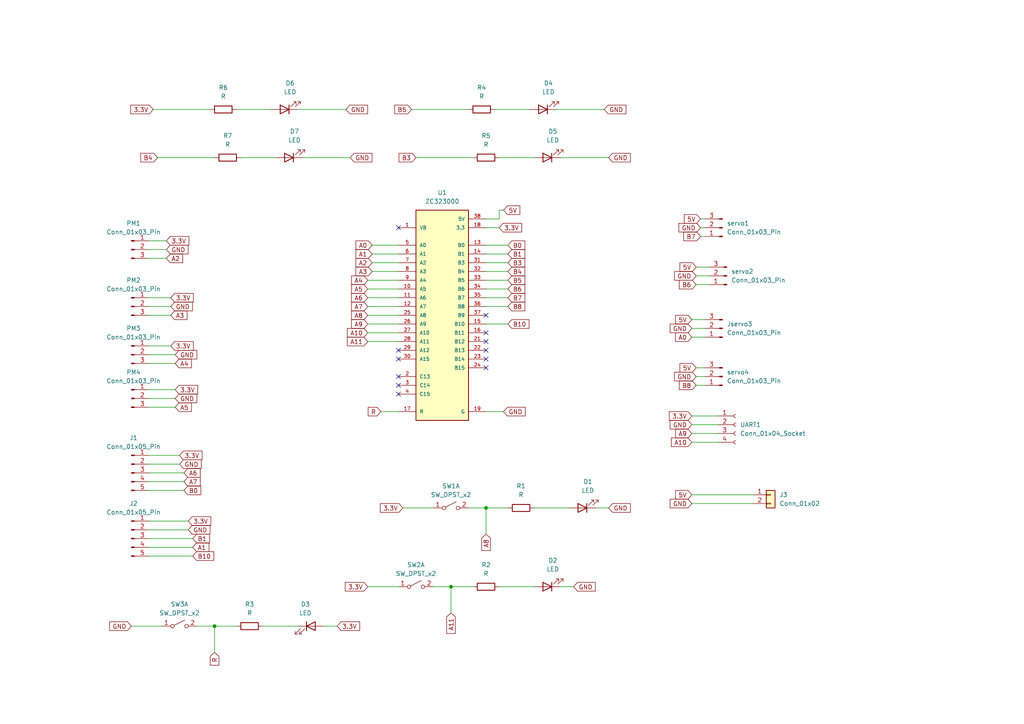
<source format=kicad_sch>
(kicad_sch
	(version 20250114)
	(generator "eeschema")
	(generator_version "9.0")
	(uuid "531d1d2c-b4ce-4dc8-b765-28e5f12445f8")
	(paper "A4")
	(lib_symbols
		(symbol "Connector:Conn_01x03_Pin"
			(pin_names
				(offset 1.016)
				(hide yes)
			)
			(exclude_from_sim no)
			(in_bom yes)
			(on_board yes)
			(property "Reference" "J"
				(at 0 5.08 0)
				(effects
					(font
						(size 1.27 1.27)
					)
				)
			)
			(property "Value" "Conn_01x03_Pin"
				(at 0 -5.08 0)
				(effects
					(font
						(size 1.27 1.27)
					)
				)
			)
			(property "Footprint" ""
				(at 0 0 0)
				(effects
					(font
						(size 1.27 1.27)
					)
					(hide yes)
				)
			)
			(property "Datasheet" "~"
				(at 0 0 0)
				(effects
					(font
						(size 1.27 1.27)
					)
					(hide yes)
				)
			)
			(property "Description" "Generic connector, single row, 01x03, script generated"
				(at 0 0 0)
				(effects
					(font
						(size 1.27 1.27)
					)
					(hide yes)
				)
			)
			(property "ki_locked" ""
				(at 0 0 0)
				(effects
					(font
						(size 1.27 1.27)
					)
				)
			)
			(property "ki_keywords" "connector"
				(at 0 0 0)
				(effects
					(font
						(size 1.27 1.27)
					)
					(hide yes)
				)
			)
			(property "ki_fp_filters" "Connector*:*_1x??_*"
				(at 0 0 0)
				(effects
					(font
						(size 1.27 1.27)
					)
					(hide yes)
				)
			)
			(symbol "Conn_01x03_Pin_1_1"
				(rectangle
					(start 0.8636 2.667)
					(end 0 2.413)
					(stroke
						(width 0.1524)
						(type default)
					)
					(fill
						(type outline)
					)
				)
				(rectangle
					(start 0.8636 0.127)
					(end 0 -0.127)
					(stroke
						(width 0.1524)
						(type default)
					)
					(fill
						(type outline)
					)
				)
				(rectangle
					(start 0.8636 -2.413)
					(end 0 -2.667)
					(stroke
						(width 0.1524)
						(type default)
					)
					(fill
						(type outline)
					)
				)
				(polyline
					(pts
						(xy 1.27 2.54) (xy 0.8636 2.54)
					)
					(stroke
						(width 0.1524)
						(type default)
					)
					(fill
						(type none)
					)
				)
				(polyline
					(pts
						(xy 1.27 0) (xy 0.8636 0)
					)
					(stroke
						(width 0.1524)
						(type default)
					)
					(fill
						(type none)
					)
				)
				(polyline
					(pts
						(xy 1.27 -2.54) (xy 0.8636 -2.54)
					)
					(stroke
						(width 0.1524)
						(type default)
					)
					(fill
						(type none)
					)
				)
				(pin passive line
					(at 5.08 2.54 180)
					(length 3.81)
					(name "Pin_1"
						(effects
							(font
								(size 1.27 1.27)
							)
						)
					)
					(number "1"
						(effects
							(font
								(size 1.27 1.27)
							)
						)
					)
				)
				(pin passive line
					(at 5.08 0 180)
					(length 3.81)
					(name "Pin_2"
						(effects
							(font
								(size 1.27 1.27)
							)
						)
					)
					(number "2"
						(effects
							(font
								(size 1.27 1.27)
							)
						)
					)
				)
				(pin passive line
					(at 5.08 -2.54 180)
					(length 3.81)
					(name "Pin_3"
						(effects
							(font
								(size 1.27 1.27)
							)
						)
					)
					(number "3"
						(effects
							(font
								(size 1.27 1.27)
							)
						)
					)
				)
			)
			(embedded_fonts no)
		)
		(symbol "Connector:Conn_01x04_Socket"
			(pin_names
				(offset 1.016)
				(hide yes)
			)
			(exclude_from_sim no)
			(in_bom yes)
			(on_board yes)
			(property "Reference" "J"
				(at 0 5.08 0)
				(effects
					(font
						(size 1.27 1.27)
					)
				)
			)
			(property "Value" "Conn_01x04_Socket"
				(at 0 -7.62 0)
				(effects
					(font
						(size 1.27 1.27)
					)
				)
			)
			(property "Footprint" ""
				(at 0 0 0)
				(effects
					(font
						(size 1.27 1.27)
					)
					(hide yes)
				)
			)
			(property "Datasheet" "~"
				(at 0 0 0)
				(effects
					(font
						(size 1.27 1.27)
					)
					(hide yes)
				)
			)
			(property "Description" "Generic connector, single row, 01x04, script generated"
				(at 0 0 0)
				(effects
					(font
						(size 1.27 1.27)
					)
					(hide yes)
				)
			)
			(property "ki_locked" ""
				(at 0 0 0)
				(effects
					(font
						(size 1.27 1.27)
					)
				)
			)
			(property "ki_keywords" "connector"
				(at 0 0 0)
				(effects
					(font
						(size 1.27 1.27)
					)
					(hide yes)
				)
			)
			(property "ki_fp_filters" "Connector*:*_1x??_*"
				(at 0 0 0)
				(effects
					(font
						(size 1.27 1.27)
					)
					(hide yes)
				)
			)
			(symbol "Conn_01x04_Socket_1_1"
				(polyline
					(pts
						(xy -1.27 2.54) (xy -0.508 2.54)
					)
					(stroke
						(width 0.1524)
						(type default)
					)
					(fill
						(type none)
					)
				)
				(polyline
					(pts
						(xy -1.27 0) (xy -0.508 0)
					)
					(stroke
						(width 0.1524)
						(type default)
					)
					(fill
						(type none)
					)
				)
				(polyline
					(pts
						(xy -1.27 -2.54) (xy -0.508 -2.54)
					)
					(stroke
						(width 0.1524)
						(type default)
					)
					(fill
						(type none)
					)
				)
				(polyline
					(pts
						(xy -1.27 -5.08) (xy -0.508 -5.08)
					)
					(stroke
						(width 0.1524)
						(type default)
					)
					(fill
						(type none)
					)
				)
				(arc
					(start 0 2.032)
					(mid -0.5058 2.54)
					(end 0 3.048)
					(stroke
						(width 0.1524)
						(type default)
					)
					(fill
						(type none)
					)
				)
				(arc
					(start 0 -0.508)
					(mid -0.5058 0)
					(end 0 0.508)
					(stroke
						(width 0.1524)
						(type default)
					)
					(fill
						(type none)
					)
				)
				(arc
					(start 0 -3.048)
					(mid -0.5058 -2.54)
					(end 0 -2.032)
					(stroke
						(width 0.1524)
						(type default)
					)
					(fill
						(type none)
					)
				)
				(arc
					(start 0 -5.588)
					(mid -0.5058 -5.08)
					(end 0 -4.572)
					(stroke
						(width 0.1524)
						(type default)
					)
					(fill
						(type none)
					)
				)
				(pin passive line
					(at -5.08 2.54 0)
					(length 3.81)
					(name "Pin_1"
						(effects
							(font
								(size 1.27 1.27)
							)
						)
					)
					(number "1"
						(effects
							(font
								(size 1.27 1.27)
							)
						)
					)
				)
				(pin passive line
					(at -5.08 0 0)
					(length 3.81)
					(name "Pin_2"
						(effects
							(font
								(size 1.27 1.27)
							)
						)
					)
					(number "2"
						(effects
							(font
								(size 1.27 1.27)
							)
						)
					)
				)
				(pin passive line
					(at -5.08 -2.54 0)
					(length 3.81)
					(name "Pin_3"
						(effects
							(font
								(size 1.27 1.27)
							)
						)
					)
					(number "3"
						(effects
							(font
								(size 1.27 1.27)
							)
						)
					)
				)
				(pin passive line
					(at -5.08 -5.08 0)
					(length 3.81)
					(name "Pin_4"
						(effects
							(font
								(size 1.27 1.27)
							)
						)
					)
					(number "4"
						(effects
							(font
								(size 1.27 1.27)
							)
						)
					)
				)
			)
			(embedded_fonts no)
		)
		(symbol "Connector:Conn_01x05_Pin"
			(pin_names
				(offset 1.016)
				(hide yes)
			)
			(exclude_from_sim no)
			(in_bom yes)
			(on_board yes)
			(property "Reference" "J"
				(at 0 7.62 0)
				(effects
					(font
						(size 1.27 1.27)
					)
				)
			)
			(property "Value" "Conn_01x05_Pin"
				(at 0 -7.62 0)
				(effects
					(font
						(size 1.27 1.27)
					)
				)
			)
			(property "Footprint" ""
				(at 0 0 0)
				(effects
					(font
						(size 1.27 1.27)
					)
					(hide yes)
				)
			)
			(property "Datasheet" "~"
				(at 0 0 0)
				(effects
					(font
						(size 1.27 1.27)
					)
					(hide yes)
				)
			)
			(property "Description" "Generic connector, single row, 01x05, script generated"
				(at 0 0 0)
				(effects
					(font
						(size 1.27 1.27)
					)
					(hide yes)
				)
			)
			(property "ki_locked" ""
				(at 0 0 0)
				(effects
					(font
						(size 1.27 1.27)
					)
				)
			)
			(property "ki_keywords" "connector"
				(at 0 0 0)
				(effects
					(font
						(size 1.27 1.27)
					)
					(hide yes)
				)
			)
			(property "ki_fp_filters" "Connector*:*_1x??_*"
				(at 0 0 0)
				(effects
					(font
						(size 1.27 1.27)
					)
					(hide yes)
				)
			)
			(symbol "Conn_01x05_Pin_1_1"
				(rectangle
					(start 0.8636 5.207)
					(end 0 4.953)
					(stroke
						(width 0.1524)
						(type default)
					)
					(fill
						(type outline)
					)
				)
				(rectangle
					(start 0.8636 2.667)
					(end 0 2.413)
					(stroke
						(width 0.1524)
						(type default)
					)
					(fill
						(type outline)
					)
				)
				(rectangle
					(start 0.8636 0.127)
					(end 0 -0.127)
					(stroke
						(width 0.1524)
						(type default)
					)
					(fill
						(type outline)
					)
				)
				(rectangle
					(start 0.8636 -2.413)
					(end 0 -2.667)
					(stroke
						(width 0.1524)
						(type default)
					)
					(fill
						(type outline)
					)
				)
				(rectangle
					(start 0.8636 -4.953)
					(end 0 -5.207)
					(stroke
						(width 0.1524)
						(type default)
					)
					(fill
						(type outline)
					)
				)
				(polyline
					(pts
						(xy 1.27 5.08) (xy 0.8636 5.08)
					)
					(stroke
						(width 0.1524)
						(type default)
					)
					(fill
						(type none)
					)
				)
				(polyline
					(pts
						(xy 1.27 2.54) (xy 0.8636 2.54)
					)
					(stroke
						(width 0.1524)
						(type default)
					)
					(fill
						(type none)
					)
				)
				(polyline
					(pts
						(xy 1.27 0) (xy 0.8636 0)
					)
					(stroke
						(width 0.1524)
						(type default)
					)
					(fill
						(type none)
					)
				)
				(polyline
					(pts
						(xy 1.27 -2.54) (xy 0.8636 -2.54)
					)
					(stroke
						(width 0.1524)
						(type default)
					)
					(fill
						(type none)
					)
				)
				(polyline
					(pts
						(xy 1.27 -5.08) (xy 0.8636 -5.08)
					)
					(stroke
						(width 0.1524)
						(type default)
					)
					(fill
						(type none)
					)
				)
				(pin passive line
					(at 5.08 5.08 180)
					(length 3.81)
					(name "Pin_1"
						(effects
							(font
								(size 1.27 1.27)
							)
						)
					)
					(number "1"
						(effects
							(font
								(size 1.27 1.27)
							)
						)
					)
				)
				(pin passive line
					(at 5.08 2.54 180)
					(length 3.81)
					(name "Pin_2"
						(effects
							(font
								(size 1.27 1.27)
							)
						)
					)
					(number "2"
						(effects
							(font
								(size 1.27 1.27)
							)
						)
					)
				)
				(pin passive line
					(at 5.08 0 180)
					(length 3.81)
					(name "Pin_3"
						(effects
							(font
								(size 1.27 1.27)
							)
						)
					)
					(number "3"
						(effects
							(font
								(size 1.27 1.27)
							)
						)
					)
				)
				(pin passive line
					(at 5.08 -2.54 180)
					(length 3.81)
					(name "Pin_4"
						(effects
							(font
								(size 1.27 1.27)
							)
						)
					)
					(number "4"
						(effects
							(font
								(size 1.27 1.27)
							)
						)
					)
				)
				(pin passive line
					(at 5.08 -5.08 180)
					(length 3.81)
					(name "Pin_5"
						(effects
							(font
								(size 1.27 1.27)
							)
						)
					)
					(number "5"
						(effects
							(font
								(size 1.27 1.27)
							)
						)
					)
				)
			)
			(embedded_fonts no)
		)
		(symbol "Connector_Generic:Conn_01x02"
			(pin_names
				(offset 1.016)
				(hide yes)
			)
			(exclude_from_sim no)
			(in_bom yes)
			(on_board yes)
			(property "Reference" "J"
				(at 0 2.54 0)
				(effects
					(font
						(size 1.27 1.27)
					)
				)
			)
			(property "Value" "Conn_01x02"
				(at 0 -5.08 0)
				(effects
					(font
						(size 1.27 1.27)
					)
				)
			)
			(property "Footprint" ""
				(at 0 0 0)
				(effects
					(font
						(size 1.27 1.27)
					)
					(hide yes)
				)
			)
			(property "Datasheet" "~"
				(at 0 0 0)
				(effects
					(font
						(size 1.27 1.27)
					)
					(hide yes)
				)
			)
			(property "Description" "Generic connector, single row, 01x02, script generated (kicad-library-utils/schlib/autogen/connector/)"
				(at 0 0 0)
				(effects
					(font
						(size 1.27 1.27)
					)
					(hide yes)
				)
			)
			(property "ki_keywords" "connector"
				(at 0 0 0)
				(effects
					(font
						(size 1.27 1.27)
					)
					(hide yes)
				)
			)
			(property "ki_fp_filters" "Connector*:*_1x??_*"
				(at 0 0 0)
				(effects
					(font
						(size 1.27 1.27)
					)
					(hide yes)
				)
			)
			(symbol "Conn_01x02_1_1"
				(rectangle
					(start -1.27 1.27)
					(end 1.27 -3.81)
					(stroke
						(width 0.254)
						(type default)
					)
					(fill
						(type background)
					)
				)
				(rectangle
					(start -1.27 0.127)
					(end 0 -0.127)
					(stroke
						(width 0.1524)
						(type default)
					)
					(fill
						(type none)
					)
				)
				(rectangle
					(start -1.27 -2.413)
					(end 0 -2.667)
					(stroke
						(width 0.1524)
						(type default)
					)
					(fill
						(type none)
					)
				)
				(pin passive line
					(at -5.08 0 0)
					(length 3.81)
					(name "Pin_1"
						(effects
							(font
								(size 1.27 1.27)
							)
						)
					)
					(number "1"
						(effects
							(font
								(size 1.27 1.27)
							)
						)
					)
				)
				(pin passive line
					(at -5.08 -2.54 0)
					(length 3.81)
					(name "Pin_2"
						(effects
							(font
								(size 1.27 1.27)
							)
						)
					)
					(number "2"
						(effects
							(font
								(size 1.27 1.27)
							)
						)
					)
				)
			)
			(embedded_fonts no)
		)
		(symbol "Device:LED"
			(pin_numbers
				(hide yes)
			)
			(pin_names
				(offset 1.016)
				(hide yes)
			)
			(exclude_from_sim no)
			(in_bom yes)
			(on_board yes)
			(property "Reference" "D"
				(at 0 2.54 0)
				(effects
					(font
						(size 1.27 1.27)
					)
				)
			)
			(property "Value" "LED"
				(at 0 -2.54 0)
				(effects
					(font
						(size 1.27 1.27)
					)
				)
			)
			(property "Footprint" ""
				(at 0 0 0)
				(effects
					(font
						(size 1.27 1.27)
					)
					(hide yes)
				)
			)
			(property "Datasheet" "~"
				(at 0 0 0)
				(effects
					(font
						(size 1.27 1.27)
					)
					(hide yes)
				)
			)
			(property "Description" "Light emitting diode"
				(at 0 0 0)
				(effects
					(font
						(size 1.27 1.27)
					)
					(hide yes)
				)
			)
			(property "Sim.Pins" "1=K 2=A"
				(at 0 0 0)
				(effects
					(font
						(size 1.27 1.27)
					)
					(hide yes)
				)
			)
			(property "ki_keywords" "LED diode"
				(at 0 0 0)
				(effects
					(font
						(size 1.27 1.27)
					)
					(hide yes)
				)
			)
			(property "ki_fp_filters" "LED* LED_SMD:* LED_THT:*"
				(at 0 0 0)
				(effects
					(font
						(size 1.27 1.27)
					)
					(hide yes)
				)
			)
			(symbol "LED_0_1"
				(polyline
					(pts
						(xy -3.048 -0.762) (xy -4.572 -2.286) (xy -3.81 -2.286) (xy -4.572 -2.286) (xy -4.572 -1.524)
					)
					(stroke
						(width 0)
						(type default)
					)
					(fill
						(type none)
					)
				)
				(polyline
					(pts
						(xy -1.778 -0.762) (xy -3.302 -2.286) (xy -2.54 -2.286) (xy -3.302 -2.286) (xy -3.302 -1.524)
					)
					(stroke
						(width 0)
						(type default)
					)
					(fill
						(type none)
					)
				)
				(polyline
					(pts
						(xy -1.27 0) (xy 1.27 0)
					)
					(stroke
						(width 0)
						(type default)
					)
					(fill
						(type none)
					)
				)
				(polyline
					(pts
						(xy -1.27 -1.27) (xy -1.27 1.27)
					)
					(stroke
						(width 0.254)
						(type default)
					)
					(fill
						(type none)
					)
				)
				(polyline
					(pts
						(xy 1.27 -1.27) (xy 1.27 1.27) (xy -1.27 0) (xy 1.27 -1.27)
					)
					(stroke
						(width 0.254)
						(type default)
					)
					(fill
						(type none)
					)
				)
			)
			(symbol "LED_1_1"
				(pin passive line
					(at -3.81 0 0)
					(length 2.54)
					(name "K"
						(effects
							(font
								(size 1.27 1.27)
							)
						)
					)
					(number "1"
						(effects
							(font
								(size 1.27 1.27)
							)
						)
					)
				)
				(pin passive line
					(at 3.81 0 180)
					(length 2.54)
					(name "A"
						(effects
							(font
								(size 1.27 1.27)
							)
						)
					)
					(number "2"
						(effects
							(font
								(size 1.27 1.27)
							)
						)
					)
				)
			)
			(embedded_fonts no)
		)
		(symbol "Device:R"
			(pin_numbers
				(hide yes)
			)
			(pin_names
				(offset 0)
			)
			(exclude_from_sim no)
			(in_bom yes)
			(on_board yes)
			(property "Reference" "R"
				(at 2.032 0 90)
				(effects
					(font
						(size 1.27 1.27)
					)
				)
			)
			(property "Value" "R"
				(at 0 0 90)
				(effects
					(font
						(size 1.27 1.27)
					)
				)
			)
			(property "Footprint" ""
				(at -1.778 0 90)
				(effects
					(font
						(size 1.27 1.27)
					)
					(hide yes)
				)
			)
			(property "Datasheet" "~"
				(at 0 0 0)
				(effects
					(font
						(size 1.27 1.27)
					)
					(hide yes)
				)
			)
			(property "Description" "Resistor"
				(at 0 0 0)
				(effects
					(font
						(size 1.27 1.27)
					)
					(hide yes)
				)
			)
			(property "ki_keywords" "R res resistor"
				(at 0 0 0)
				(effects
					(font
						(size 1.27 1.27)
					)
					(hide yes)
				)
			)
			(property "ki_fp_filters" "R_*"
				(at 0 0 0)
				(effects
					(font
						(size 1.27 1.27)
					)
					(hide yes)
				)
			)
			(symbol "R_0_1"
				(rectangle
					(start -1.016 -2.54)
					(end 1.016 2.54)
					(stroke
						(width 0.254)
						(type default)
					)
					(fill
						(type none)
					)
				)
			)
			(symbol "R_1_1"
				(pin passive line
					(at 0 3.81 270)
					(length 1.27)
					(name "~"
						(effects
							(font
								(size 1.27 1.27)
							)
						)
					)
					(number "1"
						(effects
							(font
								(size 1.27 1.27)
							)
						)
					)
				)
				(pin passive line
					(at 0 -3.81 90)
					(length 1.27)
					(name "~"
						(effects
							(font
								(size 1.27 1.27)
							)
						)
					)
					(number "2"
						(effects
							(font
								(size 1.27 1.27)
							)
						)
					)
				)
			)
			(embedded_fonts no)
		)
		(symbol "Switch:SW_DPST_x2"
			(pin_names
				(offset 0)
				(hide yes)
			)
			(exclude_from_sim no)
			(in_bom yes)
			(on_board yes)
			(property "Reference" "SW"
				(at 0 3.175 0)
				(effects
					(font
						(size 1.27 1.27)
					)
				)
			)
			(property "Value" "SW_DPST_x2"
				(at 0 -2.54 0)
				(effects
					(font
						(size 1.27 1.27)
					)
				)
			)
			(property "Footprint" ""
				(at 0 0 0)
				(effects
					(font
						(size 1.27 1.27)
					)
					(hide yes)
				)
			)
			(property "Datasheet" "~"
				(at 0 0 0)
				(effects
					(font
						(size 1.27 1.27)
					)
					(hide yes)
				)
			)
			(property "Description" "Single Pole Single Throw (SPST) switch, separate symbol"
				(at 0 0 0)
				(effects
					(font
						(size 1.27 1.27)
					)
					(hide yes)
				)
			)
			(property "ki_keywords" "switch lever"
				(at 0 0 0)
				(effects
					(font
						(size 1.27 1.27)
					)
					(hide yes)
				)
			)
			(symbol "SW_DPST_x2_0_0"
				(circle
					(center -2.032 0)
					(radius 0.508)
					(stroke
						(width 0)
						(type default)
					)
					(fill
						(type none)
					)
				)
				(polyline
					(pts
						(xy -1.524 0.254) (xy 1.524 1.778)
					)
					(stroke
						(width 0)
						(type default)
					)
					(fill
						(type none)
					)
				)
				(circle
					(center 2.032 0)
					(radius 0.508)
					(stroke
						(width 0)
						(type default)
					)
					(fill
						(type none)
					)
				)
			)
			(symbol "SW_DPST_x2_1_1"
				(pin passive line
					(at -5.08 0 0)
					(length 2.54)
					(name "A"
						(effects
							(font
								(size 1.27 1.27)
							)
						)
					)
					(number "1"
						(effects
							(font
								(size 1.27 1.27)
							)
						)
					)
				)
				(pin passive line
					(at 5.08 0 180)
					(length 2.54)
					(name "B"
						(effects
							(font
								(size 1.27 1.27)
							)
						)
					)
					(number "2"
						(effects
							(font
								(size 1.27 1.27)
							)
						)
					)
				)
			)
			(symbol "SW_DPST_x2_2_1"
				(pin passive line
					(at -5.08 0 0)
					(length 2.54)
					(name "A"
						(effects
							(font
								(size 1.27 1.27)
							)
						)
					)
					(number "3"
						(effects
							(font
								(size 1.27 1.27)
							)
						)
					)
				)
				(pin passive line
					(at 5.08 0 180)
					(length 2.54)
					(name "B"
						(effects
							(font
								(size 1.27 1.27)
							)
						)
					)
					(number "4"
						(effects
							(font
								(size 1.27 1.27)
							)
						)
					)
				)
			)
			(embedded_fonts no)
		)
		(symbol "bulepill:ZC323000"
			(pin_names
				(offset 1.016)
			)
			(exclude_from_sim no)
			(in_bom yes)
			(on_board yes)
			(property "Reference" "U"
				(at -7.62 31.75 0)
				(effects
					(font
						(size 1.27 1.27)
					)
					(justify left bottom)
				)
			)
			(property "Value" "ZC323000"
				(at -7.62 -31.75 0)
				(effects
					(font
						(size 1.27 1.27)
					)
					(justify left top)
				)
			)
			(property "Footprint" "ZC323000:MODULE_ZC323000"
				(at 0 0 0)
				(effects
					(font
						(size 1.27 1.27)
					)
					(justify bottom)
					(hide yes)
				)
			)
			(property "Datasheet" ""
				(at 0 0 0)
				(effects
					(font
						(size 1.27 1.27)
					)
					(hide yes)
				)
			)
			(property "Description" ""
				(at 0 0 0)
				(effects
					(font
						(size 1.27 1.27)
					)
					(hide yes)
				)
			)
			(property "MF" "YKS"
				(at 0 0 0)
				(effects
					(font
						(size 1.27 1.27)
					)
					(justify bottom)
					(hide yes)
				)
			)
			(property "MAXIMUM_PACKAGE_HEIGHT" "N/A"
				(at 0 0 0)
				(effects
					(font
						(size 1.27 1.27)
					)
					(justify bottom)
					(hide yes)
				)
			)
			(property "Package" "None"
				(at 0 0 0)
				(effects
					(font
						(size 1.27 1.27)
					)
					(justify bottom)
					(hide yes)
				)
			)
			(property "Price" "None"
				(at 0 0 0)
				(effects
					(font
						(size 1.27 1.27)
					)
					(justify bottom)
					(hide yes)
				)
			)
			(property "Check_prices" "https://www.snapeda.com/parts/ZC323000/YKS/view-part/?ref=eda"
				(at 0 0 0)
				(effects
					(font
						(size 1.27 1.27)
					)
					(justify bottom)
					(hide yes)
				)
			)
			(property "STANDARD" "Manufacturer Recommendations"
				(at 0 0 0)
				(effects
					(font
						(size 1.27 1.27)
					)
					(justify bottom)
					(hide yes)
				)
			)
			(property "PARTREV" "N/A"
				(at 0 0 0)
				(effects
					(font
						(size 1.27 1.27)
					)
					(justify bottom)
					(hide yes)
				)
			)
			(property "SnapEDA_Link" "https://www.snapeda.com/parts/ZC323000/YKS/view-part/?ref=snap"
				(at 0 0 0)
				(effects
					(font
						(size 1.27 1.27)
					)
					(justify bottom)
					(hide yes)
				)
			)
			(property "MP" "ZC323000"
				(at 0 0 0)
				(effects
					(font
						(size 1.27 1.27)
					)
					(justify bottom)
					(hide yes)
				)
			)
			(property "Description_1" "STM32F103C8T6 ARM STM32 Minimum System Development Board Module For Arduino"
				(at 0 0 0)
				(effects
					(font
						(size 1.27 1.27)
					)
					(justify bottom)
					(hide yes)
				)
			)
			(property "Availability" "Not in stock"
				(at 0 0 0)
				(effects
					(font
						(size 1.27 1.27)
					)
					(justify bottom)
					(hide yes)
				)
			)
			(property "MANUFACTURER" "YKS"
				(at 0 0 0)
				(effects
					(font
						(size 1.27 1.27)
					)
					(justify bottom)
					(hide yes)
				)
			)
			(symbol "ZC323000_0_0"
				(rectangle
					(start -7.62 -30.48)
					(end 7.62 30.48)
					(stroke
						(width 0.254)
						(type default)
					)
					(fill
						(type background)
					)
				)
				(pin bidirectional line
					(at -12.7 25.4 0)
					(length 5.08)
					(name "VB"
						(effects
							(font
								(size 1.016 1.016)
							)
						)
					)
					(number "1"
						(effects
							(font
								(size 1.016 1.016)
							)
						)
					)
				)
				(pin bidirectional line
					(at -12.7 20.32 0)
					(length 5.08)
					(name "A0"
						(effects
							(font
								(size 1.016 1.016)
							)
						)
					)
					(number "5"
						(effects
							(font
								(size 1.016 1.016)
							)
						)
					)
				)
				(pin bidirectional line
					(at -12.7 17.78 0)
					(length 5.08)
					(name "A1"
						(effects
							(font
								(size 1.016 1.016)
							)
						)
					)
					(number "6"
						(effects
							(font
								(size 1.016 1.016)
							)
						)
					)
				)
				(pin bidirectional line
					(at -12.7 15.24 0)
					(length 5.08)
					(name "A2"
						(effects
							(font
								(size 1.016 1.016)
							)
						)
					)
					(number "7"
						(effects
							(font
								(size 1.016 1.016)
							)
						)
					)
				)
				(pin bidirectional line
					(at -12.7 12.7 0)
					(length 5.08)
					(name "A3"
						(effects
							(font
								(size 1.016 1.016)
							)
						)
					)
					(number "8"
						(effects
							(font
								(size 1.016 1.016)
							)
						)
					)
				)
				(pin bidirectional line
					(at -12.7 10.16 0)
					(length 5.08)
					(name "A4"
						(effects
							(font
								(size 1.016 1.016)
							)
						)
					)
					(number "9"
						(effects
							(font
								(size 1.016 1.016)
							)
						)
					)
				)
				(pin bidirectional line
					(at -12.7 7.62 0)
					(length 5.08)
					(name "A5"
						(effects
							(font
								(size 1.016 1.016)
							)
						)
					)
					(number "10"
						(effects
							(font
								(size 1.016 1.016)
							)
						)
					)
				)
				(pin bidirectional line
					(at -12.7 5.08 0)
					(length 5.08)
					(name "A6"
						(effects
							(font
								(size 1.016 1.016)
							)
						)
					)
					(number "11"
						(effects
							(font
								(size 1.016 1.016)
							)
						)
					)
				)
				(pin bidirectional line
					(at -12.7 2.54 0)
					(length 5.08)
					(name "A7"
						(effects
							(font
								(size 1.016 1.016)
							)
						)
					)
					(number "12"
						(effects
							(font
								(size 1.016 1.016)
							)
						)
					)
				)
				(pin bidirectional line
					(at -12.7 0 0)
					(length 5.08)
					(name "A8"
						(effects
							(font
								(size 1.016 1.016)
							)
						)
					)
					(number "25"
						(effects
							(font
								(size 1.016 1.016)
							)
						)
					)
				)
				(pin bidirectional line
					(at -12.7 -2.54 0)
					(length 5.08)
					(name "A9"
						(effects
							(font
								(size 1.016 1.016)
							)
						)
					)
					(number "26"
						(effects
							(font
								(size 1.016 1.016)
							)
						)
					)
				)
				(pin bidirectional line
					(at -12.7 -5.08 0)
					(length 5.08)
					(name "A10"
						(effects
							(font
								(size 1.016 1.016)
							)
						)
					)
					(number "27"
						(effects
							(font
								(size 1.016 1.016)
							)
						)
					)
				)
				(pin bidirectional line
					(at -12.7 -7.62 0)
					(length 5.08)
					(name "A11"
						(effects
							(font
								(size 1.016 1.016)
							)
						)
					)
					(number "28"
						(effects
							(font
								(size 1.016 1.016)
							)
						)
					)
				)
				(pin bidirectional line
					(at -12.7 -10.16 0)
					(length 5.08)
					(name "A12"
						(effects
							(font
								(size 1.016 1.016)
							)
						)
					)
					(number "29"
						(effects
							(font
								(size 1.016 1.016)
							)
						)
					)
				)
				(pin bidirectional line
					(at -12.7 -12.7 0)
					(length 5.08)
					(name "A15"
						(effects
							(font
								(size 1.016 1.016)
							)
						)
					)
					(number "30"
						(effects
							(font
								(size 1.016 1.016)
							)
						)
					)
				)
				(pin bidirectional line
					(at -12.7 -17.78 0)
					(length 5.08)
					(name "C13"
						(effects
							(font
								(size 1.016 1.016)
							)
						)
					)
					(number "2"
						(effects
							(font
								(size 1.016 1.016)
							)
						)
					)
				)
				(pin bidirectional line
					(at -12.7 -20.32 0)
					(length 5.08)
					(name "C14"
						(effects
							(font
								(size 1.016 1.016)
							)
						)
					)
					(number "3"
						(effects
							(font
								(size 1.016 1.016)
							)
						)
					)
				)
				(pin bidirectional line
					(at -12.7 -22.86 0)
					(length 5.08)
					(name "C15"
						(effects
							(font
								(size 1.016 1.016)
							)
						)
					)
					(number "4"
						(effects
							(font
								(size 1.016 1.016)
							)
						)
					)
				)
				(pin bidirectional line
					(at -12.7 -27.94 0)
					(length 5.08)
					(name "R"
						(effects
							(font
								(size 1.016 1.016)
							)
						)
					)
					(number "17"
						(effects
							(font
								(size 1.016 1.016)
							)
						)
					)
				)
				(pin power_in line
					(at 12.7 27.94 180)
					(length 5.08)
					(name "5V"
						(effects
							(font
								(size 1.016 1.016)
							)
						)
					)
					(number "38"
						(effects
							(font
								(size 1.016 1.016)
							)
						)
					)
				)
				(pin power_in line
					(at 12.7 25.4 180)
					(length 5.08)
					(name "3.3"
						(effects
							(font
								(size 1.016 1.016)
							)
						)
					)
					(number "18"
						(effects
							(font
								(size 1.016 1.016)
							)
						)
					)
				)
				(pin power_in line
					(at 12.7 25.4 180)
					(length 5.08)
					(hide yes)
					(name "3.3"
						(effects
							(font
								(size 1.016 1.016)
							)
						)
					)
					(number "40"
						(effects
							(font
								(size 1.016 1.016)
							)
						)
					)
				)
				(pin bidirectional line
					(at 12.7 20.32 180)
					(length 5.08)
					(name "B0"
						(effects
							(font
								(size 1.016 1.016)
							)
						)
					)
					(number "13"
						(effects
							(font
								(size 1.016 1.016)
							)
						)
					)
				)
				(pin bidirectional line
					(at 12.7 17.78 180)
					(length 5.08)
					(name "B1"
						(effects
							(font
								(size 1.016 1.016)
							)
						)
					)
					(number "14"
						(effects
							(font
								(size 1.016 1.016)
							)
						)
					)
				)
				(pin bidirectional line
					(at 12.7 15.24 180)
					(length 5.08)
					(name "B3"
						(effects
							(font
								(size 1.016 1.016)
							)
						)
					)
					(number "31"
						(effects
							(font
								(size 1.016 1.016)
							)
						)
					)
				)
				(pin bidirectional line
					(at 12.7 12.7 180)
					(length 5.08)
					(name "B4"
						(effects
							(font
								(size 1.016 1.016)
							)
						)
					)
					(number "32"
						(effects
							(font
								(size 1.016 1.016)
							)
						)
					)
				)
				(pin bidirectional line
					(at 12.7 10.16 180)
					(length 5.08)
					(name "B5"
						(effects
							(font
								(size 1.016 1.016)
							)
						)
					)
					(number "33"
						(effects
							(font
								(size 1.016 1.016)
							)
						)
					)
				)
				(pin bidirectional line
					(at 12.7 7.62 180)
					(length 5.08)
					(name "B6"
						(effects
							(font
								(size 1.016 1.016)
							)
						)
					)
					(number "34"
						(effects
							(font
								(size 1.016 1.016)
							)
						)
					)
				)
				(pin bidirectional line
					(at 12.7 5.08 180)
					(length 5.08)
					(name "B7"
						(effects
							(font
								(size 1.016 1.016)
							)
						)
					)
					(number "35"
						(effects
							(font
								(size 1.016 1.016)
							)
						)
					)
				)
				(pin bidirectional line
					(at 12.7 2.54 180)
					(length 5.08)
					(name "B8"
						(effects
							(font
								(size 1.016 1.016)
							)
						)
					)
					(number "36"
						(effects
							(font
								(size 1.016 1.016)
							)
						)
					)
				)
				(pin bidirectional line
					(at 12.7 0 180)
					(length 5.08)
					(name "B9"
						(effects
							(font
								(size 1.016 1.016)
							)
						)
					)
					(number "37"
						(effects
							(font
								(size 1.016 1.016)
							)
						)
					)
				)
				(pin bidirectional line
					(at 12.7 -2.54 180)
					(length 5.08)
					(name "B10"
						(effects
							(font
								(size 1.016 1.016)
							)
						)
					)
					(number "15"
						(effects
							(font
								(size 1.016 1.016)
							)
						)
					)
				)
				(pin bidirectional line
					(at 12.7 -5.08 180)
					(length 5.08)
					(name "B11"
						(effects
							(font
								(size 1.016 1.016)
							)
						)
					)
					(number "16"
						(effects
							(font
								(size 1.016 1.016)
							)
						)
					)
				)
				(pin bidirectional line
					(at 12.7 -7.62 180)
					(length 5.08)
					(name "B12"
						(effects
							(font
								(size 1.016 1.016)
							)
						)
					)
					(number "21"
						(effects
							(font
								(size 1.016 1.016)
							)
						)
					)
				)
				(pin bidirectional line
					(at 12.7 -10.16 180)
					(length 5.08)
					(name "B13"
						(effects
							(font
								(size 1.016 1.016)
							)
						)
					)
					(number "22"
						(effects
							(font
								(size 1.016 1.016)
							)
						)
					)
				)
				(pin bidirectional line
					(at 12.7 -12.7 180)
					(length 5.08)
					(name "B14"
						(effects
							(font
								(size 1.016 1.016)
							)
						)
					)
					(number "23"
						(effects
							(font
								(size 1.016 1.016)
							)
						)
					)
				)
				(pin bidirectional line
					(at 12.7 -15.24 180)
					(length 5.08)
					(name "B15"
						(effects
							(font
								(size 1.016 1.016)
							)
						)
					)
					(number "24"
						(effects
							(font
								(size 1.016 1.016)
							)
						)
					)
				)
				(pin power_in line
					(at 12.7 -27.94 180)
					(length 5.08)
					(name "G"
						(effects
							(font
								(size 1.016 1.016)
							)
						)
					)
					(number "19"
						(effects
							(font
								(size 1.016 1.016)
							)
						)
					)
				)
				(pin power_in line
					(at 12.7 -27.94 180)
					(length 5.08)
					(hide yes)
					(name "G"
						(effects
							(font
								(size 1.016 1.016)
							)
						)
					)
					(number "20"
						(effects
							(font
								(size 1.016 1.016)
							)
						)
					)
				)
				(pin power_in line
					(at 12.7 -27.94 180)
					(length 5.08)
					(hide yes)
					(name "G"
						(effects
							(font
								(size 1.016 1.016)
							)
						)
					)
					(number "39"
						(effects
							(font
								(size 1.016 1.016)
							)
						)
					)
				)
			)
			(embedded_fonts no)
		)
	)
	(junction
		(at 130.81 170.18)
		(diameter 0)
		(color 0 0 0 0)
		(uuid "6ec30cfe-c888-41ad-8f15-211950743797")
	)
	(junction
		(at 140.97 147.32)
		(diameter 0)
		(color 0 0 0 0)
		(uuid "a33d79d5-894f-41db-a971-cd6740496087")
	)
	(junction
		(at 62.23 181.61)
		(diameter 0)
		(color 0 0 0 0)
		(uuid "fd4c48d6-0f34-4934-b16b-8bd6e0b49219")
	)
	(no_connect
		(at 115.57 104.14)
		(uuid "08161f84-e0a0-4f6d-ab5f-774f653b6c49")
	)
	(no_connect
		(at 140.97 106.68)
		(uuid "13a92727-de51-4193-b439-ccbe2db28086")
	)
	(no_connect
		(at 140.97 99.06)
		(uuid "1d39824c-44de-4a96-9ffc-9eff7663a960")
	)
	(no_connect
		(at 115.57 66.04)
		(uuid "313215d4-75a2-4e0d-879c-0c1d0643cacb")
	)
	(no_connect
		(at 140.97 104.14)
		(uuid "8acf4b4d-7682-44a9-834a-892ec5c439fe")
	)
	(no_connect
		(at 140.97 101.6)
		(uuid "9a3eef35-dabd-4ae2-ac19-924241efb285")
	)
	(no_connect
		(at 115.57 101.6)
		(uuid "ac83ef2b-29b3-4370-84cb-ae1c6291e0cd")
	)
	(no_connect
		(at 115.57 114.3)
		(uuid "d6d7cb71-c997-42e4-95e6-5697b95a4904")
	)
	(no_connect
		(at 115.57 111.76)
		(uuid "e0da8594-b11a-4b2d-bf15-2e062d2a9fb1")
	)
	(no_connect
		(at 115.57 109.22)
		(uuid "e2292b3f-3a89-4789-8f90-d65dcadce426")
	)
	(no_connect
		(at 140.97 91.44)
		(uuid "ef9a2a71-105b-412d-8a72-983f31d2911a")
	)
	(no_connect
		(at 140.97 96.52)
		(uuid "f4e961cc-90e7-46a0-9045-9c2a4fa6ecc9")
	)
	(wire
		(pts
			(xy 162.56 45.72) (xy 176.53 45.72)
		)
		(stroke
			(width 0)
			(type default)
		)
		(uuid "02436eee-3546-4977-bafc-f133563433f7")
	)
	(wire
		(pts
			(xy 43.18 88.9) (xy 49.53 88.9)
		)
		(stroke
			(width 0)
			(type default)
		)
		(uuid "067a8ada-c5e5-4c18-b244-57ef3e11cfbd")
	)
	(wire
		(pts
			(xy 161.29 31.75) (xy 175.26 31.75)
		)
		(stroke
			(width 0)
			(type default)
		)
		(uuid "070d6513-606f-477c-af20-2a0fa99a42d2")
	)
	(wire
		(pts
			(xy 130.81 170.18) (xy 137.16 170.18)
		)
		(stroke
			(width 0)
			(type default)
		)
		(uuid "07897cd6-8491-47a6-a37c-d540e628c1c1")
	)
	(wire
		(pts
			(xy 106.68 83.82) (xy 115.57 83.82)
		)
		(stroke
			(width 0)
			(type default)
		)
		(uuid "07c684bf-9e14-439c-94bb-558af1be8205")
	)
	(wire
		(pts
			(xy 162.56 170.18) (xy 166.37 170.18)
		)
		(stroke
			(width 0)
			(type default)
		)
		(uuid "098b7d31-18f1-4875-a89d-746c97482c54")
	)
	(wire
		(pts
			(xy 43.18 91.44) (xy 49.53 91.44)
		)
		(stroke
			(width 0)
			(type default)
		)
		(uuid "0ce738a0-54ff-4454-a106-d8488ec3424a")
	)
	(wire
		(pts
			(xy 43.18 115.57) (xy 50.8 115.57)
		)
		(stroke
			(width 0)
			(type default)
		)
		(uuid "0cfc161f-fd78-4e8d-947b-957cf29c0526")
	)
	(wire
		(pts
			(xy 87.63 45.72) (xy 101.6 45.72)
		)
		(stroke
			(width 0)
			(type default)
		)
		(uuid "0e1c6cb2-3441-4eb0-bef4-af315bef439f")
	)
	(wire
		(pts
			(xy 68.58 31.75) (xy 78.74 31.75)
		)
		(stroke
			(width 0)
			(type default)
		)
		(uuid "11b77abe-0850-4d56-9556-49819af7fc47")
	)
	(wire
		(pts
			(xy 200.66 125.73) (xy 208.28 125.73)
		)
		(stroke
			(width 0)
			(type default)
		)
		(uuid "11fc04f4-70f7-4a8c-b6af-4d0794e88e40")
	)
	(wire
		(pts
			(xy 43.18 100.33) (xy 49.53 100.33)
		)
		(stroke
			(width 0)
			(type default)
		)
		(uuid "13d8bdba-c6f0-4ba4-a235-c49639eabbba")
	)
	(wire
		(pts
			(xy 120.65 45.72) (xy 137.16 45.72)
		)
		(stroke
			(width 0)
			(type default)
		)
		(uuid "1adc83b8-c06b-4c26-8da4-6d3ec0afe582")
	)
	(wire
		(pts
			(xy 154.94 147.32) (xy 165.1 147.32)
		)
		(stroke
			(width 0)
			(type default)
		)
		(uuid "1b0ff529-c24d-4a11-a85c-711733c52679")
	)
	(wire
		(pts
			(xy 106.68 81.28) (xy 115.57 81.28)
		)
		(stroke
			(width 0)
			(type default)
		)
		(uuid "233b9a3f-dfd8-43ea-ab07-60f7b9b22c73")
	)
	(wire
		(pts
			(xy 140.97 93.98) (xy 147.32 93.98)
		)
		(stroke
			(width 0)
			(type default)
		)
		(uuid "2391c14c-ecf0-4ac1-9aeb-c16292d3175a")
	)
	(wire
		(pts
			(xy 200.66 128.27) (xy 208.28 128.27)
		)
		(stroke
			(width 0)
			(type default)
		)
		(uuid "2840dde1-263f-4049-87cb-e6e94fcc833b")
	)
	(wire
		(pts
			(xy 201.93 106.68) (xy 204.47 106.68)
		)
		(stroke
			(width 0)
			(type default)
		)
		(uuid "29b3f4de-83eb-4a21-bff9-65d15c806982")
	)
	(wire
		(pts
			(xy 43.18 158.75) (xy 55.88 158.75)
		)
		(stroke
			(width 0)
			(type default)
		)
		(uuid "2c04b7a7-6202-4dcd-9040-f17f8a006fb0")
	)
	(wire
		(pts
			(xy 86.36 31.75) (xy 100.33 31.75)
		)
		(stroke
			(width 0)
			(type default)
		)
		(uuid "2e4024e2-a536-4255-b60b-f1506e3557ec")
	)
	(wire
		(pts
			(xy 140.97 71.12) (xy 147.32 71.12)
		)
		(stroke
			(width 0)
			(type default)
		)
		(uuid "30069bde-5f05-4c0b-9d13-9a15455dd960")
	)
	(wire
		(pts
			(xy 107.95 76.2) (xy 115.57 76.2)
		)
		(stroke
			(width 0)
			(type default)
		)
		(uuid "313319b5-37a0-4c52-a9a1-cb80ed51e70a")
	)
	(wire
		(pts
			(xy 107.95 73.66) (xy 115.57 73.66)
		)
		(stroke
			(width 0)
			(type default)
		)
		(uuid "316d5646-17b6-4803-974c-0596929cd01c")
	)
	(wire
		(pts
			(xy 140.97 81.28) (xy 147.32 81.28)
		)
		(stroke
			(width 0)
			(type default)
		)
		(uuid "369d27ff-d883-4914-9e3a-2ade7c4e67c0")
	)
	(wire
		(pts
			(xy 43.18 151.13) (xy 54.61 151.13)
		)
		(stroke
			(width 0)
			(type default)
		)
		(uuid "38746353-7567-4a19-9664-789581d776a3")
	)
	(wire
		(pts
			(xy 62.23 181.61) (xy 68.58 181.61)
		)
		(stroke
			(width 0)
			(type default)
		)
		(uuid "3aa4f90a-3ab4-48da-a150-08d0c23c10fb")
	)
	(wire
		(pts
			(xy 43.18 142.24) (xy 53.34 142.24)
		)
		(stroke
			(width 0)
			(type default)
		)
		(uuid "3ac035d0-a01d-4ce8-822c-7ef67c539b1e")
	)
	(wire
		(pts
			(xy 201.93 109.22) (xy 204.47 109.22)
		)
		(stroke
			(width 0)
			(type default)
		)
		(uuid "3b29e55a-ed21-43dc-bda4-9c422ca812b1")
	)
	(wire
		(pts
			(xy 200.66 123.19) (xy 208.28 123.19)
		)
		(stroke
			(width 0)
			(type default)
		)
		(uuid "41b2af6c-f6ef-40b5-ae90-ecc763169d42")
	)
	(wire
		(pts
			(xy 140.97 76.2) (xy 147.32 76.2)
		)
		(stroke
			(width 0)
			(type default)
		)
		(uuid "49d3cffb-bb8b-471e-80eb-c386c494cd07")
	)
	(wire
		(pts
			(xy 57.15 181.61) (xy 62.23 181.61)
		)
		(stroke
			(width 0)
			(type default)
		)
		(uuid "5313ec9b-ea74-48ec-bc9f-a70ebaf90468")
	)
	(wire
		(pts
			(xy 201.93 77.47) (xy 205.74 77.47)
		)
		(stroke
			(width 0)
			(type default)
		)
		(uuid "58c93359-c93a-4b97-b2d3-84f62aa7628f")
	)
	(wire
		(pts
			(xy 172.72 147.32) (xy 176.53 147.32)
		)
		(stroke
			(width 0)
			(type default)
		)
		(uuid "5a837f3d-013a-48dc-8e6e-9cfdce57a7fd")
	)
	(wire
		(pts
			(xy 144.78 170.18) (xy 154.94 170.18)
		)
		(stroke
			(width 0)
			(type default)
		)
		(uuid "5fba0f01-3a7e-4197-8446-ba900c86710a")
	)
	(wire
		(pts
			(xy 144.78 45.72) (xy 154.94 45.72)
		)
		(stroke
			(width 0)
			(type default)
		)
		(uuid "607d913f-61d1-4bad-a6ab-80904bdbd682")
	)
	(wire
		(pts
			(xy 200.66 92.71) (xy 204.47 92.71)
		)
		(stroke
			(width 0)
			(type default)
		)
		(uuid "6b16c58f-962d-4769-881d-0c375bf00b7e")
	)
	(wire
		(pts
			(xy 93.98 181.61) (xy 97.79 181.61)
		)
		(stroke
			(width 0)
			(type default)
		)
		(uuid "716e6cd3-f858-4e4f-a40a-5eb12d331af9")
	)
	(wire
		(pts
			(xy 110.49 119.38) (xy 115.57 119.38)
		)
		(stroke
			(width 0)
			(type default)
		)
		(uuid "731018c7-f249-4efa-8d3c-1fecce4d7a04")
	)
	(wire
		(pts
			(xy 106.68 86.36) (xy 115.57 86.36)
		)
		(stroke
			(width 0)
			(type default)
		)
		(uuid "75224c7d-93ca-4e9d-bd6a-edd7f503d714")
	)
	(wire
		(pts
			(xy 200.66 97.79) (xy 204.47 97.79)
		)
		(stroke
			(width 0)
			(type default)
		)
		(uuid "7658d8e5-570d-47a6-b54c-026fd51eef57")
	)
	(wire
		(pts
			(xy 203.2 66.04) (xy 204.47 66.04)
		)
		(stroke
			(width 0)
			(type default)
		)
		(uuid "79ed55b5-4db9-496f-bb11-c597f1fb0cca")
	)
	(wire
		(pts
			(xy 107.95 78.74) (xy 115.57 78.74)
		)
		(stroke
			(width 0)
			(type default)
		)
		(uuid "7a689f4f-8ba4-4a0e-89bc-4cf82a3bd5b4")
	)
	(wire
		(pts
			(xy 106.68 88.9) (xy 115.57 88.9)
		)
		(stroke
			(width 0)
			(type default)
		)
		(uuid "7bad2660-72d5-4d29-94c7-6878ab912d11")
	)
	(wire
		(pts
			(xy 44.45 31.75) (xy 60.96 31.75)
		)
		(stroke
			(width 0)
			(type default)
		)
		(uuid "7bad8dfb-1d9e-49e3-9a3c-34f4be61c563")
	)
	(wire
		(pts
			(xy 143.51 31.75) (xy 153.67 31.75)
		)
		(stroke
			(width 0)
			(type default)
		)
		(uuid "7be5988b-28db-40bd-b19b-c7bfcefc6cfb")
	)
	(wire
		(pts
			(xy 43.18 72.39) (xy 48.26 72.39)
		)
		(stroke
			(width 0)
			(type default)
		)
		(uuid "7dd8405b-4f99-4336-8dbc-af41994b3e90")
	)
	(wire
		(pts
			(xy 130.81 170.18) (xy 130.81 177.8)
		)
		(stroke
			(width 0)
			(type default)
		)
		(uuid "801131c6-f848-4bac-be98-22e96eedaae2")
	)
	(wire
		(pts
			(xy 140.97 78.74) (xy 147.32 78.74)
		)
		(stroke
			(width 0)
			(type default)
		)
		(uuid "81110983-05d3-4870-9aaf-3c255f458d87")
	)
	(wire
		(pts
			(xy 43.18 86.36) (xy 49.53 86.36)
		)
		(stroke
			(width 0)
			(type default)
		)
		(uuid "81ae420a-d90a-4ba7-bb8e-41870e993a66")
	)
	(wire
		(pts
			(xy 200.66 95.25) (xy 204.47 95.25)
		)
		(stroke
			(width 0)
			(type default)
		)
		(uuid "826074c8-a5ce-4035-8235-b4fc4abc69c8")
	)
	(wire
		(pts
			(xy 106.68 99.06) (xy 115.57 99.06)
		)
		(stroke
			(width 0)
			(type default)
		)
		(uuid "847070d8-c23f-4f9a-afdd-aeb98b7a5f9f")
	)
	(wire
		(pts
			(xy 140.97 83.82) (xy 147.32 83.82)
		)
		(stroke
			(width 0)
			(type default)
		)
		(uuid "921e30f3-642b-4e82-b875-48b31c86a3a1")
	)
	(wire
		(pts
			(xy 140.97 88.9) (xy 147.32 88.9)
		)
		(stroke
			(width 0)
			(type default)
		)
		(uuid "93509129-46b2-4d5a-9792-7558b8e4d89e")
	)
	(wire
		(pts
			(xy 43.18 69.85) (xy 48.26 69.85)
		)
		(stroke
			(width 0)
			(type default)
		)
		(uuid "956bcef2-c2bd-43ca-b189-c1a8baf85912")
	)
	(wire
		(pts
			(xy 144.78 60.96) (xy 146.05 60.96)
		)
		(stroke
			(width 0)
			(type default)
		)
		(uuid "96912319-b268-417f-88db-e0c5e1cdeb49")
	)
	(wire
		(pts
			(xy 140.97 66.04) (xy 144.78 66.04)
		)
		(stroke
			(width 0)
			(type default)
		)
		(uuid "97a94318-19f6-4d50-9351-80e445113799")
	)
	(wire
		(pts
			(xy 69.85 45.72) (xy 80.01 45.72)
		)
		(stroke
			(width 0)
			(type default)
		)
		(uuid "986685b7-65d5-46da-ade4-5f57f06cbc78")
	)
	(wire
		(pts
			(xy 140.97 147.32) (xy 147.32 147.32)
		)
		(stroke
			(width 0)
			(type default)
		)
		(uuid "98b37951-60d2-4a38-9ac5-5bdc3428cb96")
	)
	(wire
		(pts
			(xy 43.18 102.87) (xy 50.8 102.87)
		)
		(stroke
			(width 0)
			(type default)
		)
		(uuid "99e5db5b-9cff-4fb6-a816-56637f5954b3")
	)
	(wire
		(pts
			(xy 43.18 132.08) (xy 52.07 132.08)
		)
		(stroke
			(width 0)
			(type default)
		)
		(uuid "9ba636b0-cd68-45d7-a396-75f09301c86c")
	)
	(wire
		(pts
			(xy 200.66 120.65) (xy 208.28 120.65)
		)
		(stroke
			(width 0)
			(type default)
		)
		(uuid "a169759e-fd1b-4296-97ff-b5ed57f097b7")
	)
	(wire
		(pts
			(xy 62.23 181.61) (xy 62.23 189.23)
		)
		(stroke
			(width 0)
			(type default)
		)
		(uuid "a16d6037-ca0e-47f0-a0f9-048fd2710684")
	)
	(wire
		(pts
			(xy 45.72 45.72) (xy 62.23 45.72)
		)
		(stroke
			(width 0)
			(type default)
		)
		(uuid "a4bb4697-9aeb-4f1a-ab10-afccf28c089f")
	)
	(wire
		(pts
			(xy 106.68 96.52) (xy 115.57 96.52)
		)
		(stroke
			(width 0)
			(type default)
		)
		(uuid "a9541c7f-7ddb-453d-8e6a-e6db86403ccf")
	)
	(wire
		(pts
			(xy 144.78 63.5) (xy 144.78 60.96)
		)
		(stroke
			(width 0)
			(type default)
		)
		(uuid "ac3e6837-d5bf-4518-acdb-4d2e20dad68a")
	)
	(wire
		(pts
			(xy 38.1 181.61) (xy 46.99 181.61)
		)
		(stroke
			(width 0)
			(type default)
		)
		(uuid "aca641bc-3c21-4c27-a6a8-a0c89b1ee080")
	)
	(wire
		(pts
			(xy 140.97 73.66) (xy 147.32 73.66)
		)
		(stroke
			(width 0)
			(type default)
		)
		(uuid "aeef8b91-82a6-4366-b18a-af70131c8a39")
	)
	(wire
		(pts
			(xy 106.68 91.44) (xy 115.57 91.44)
		)
		(stroke
			(width 0)
			(type default)
		)
		(uuid "afa8e29c-9ca1-4ba4-9271-ba440ef691c8")
	)
	(wire
		(pts
			(xy 76.2 181.61) (xy 86.36 181.61)
		)
		(stroke
			(width 0)
			(type default)
		)
		(uuid "b18d2215-ed8e-4a5c-9f69-55c6925b8c9c")
	)
	(wire
		(pts
			(xy 135.89 147.32) (xy 140.97 147.32)
		)
		(stroke
			(width 0)
			(type default)
		)
		(uuid "b1c0dcad-9296-4c3c-a33e-f0a811944b39")
	)
	(wire
		(pts
			(xy 43.18 74.93) (xy 48.26 74.93)
		)
		(stroke
			(width 0)
			(type default)
		)
		(uuid "b351380e-b9d1-48b9-9585-6cdf64950697")
	)
	(wire
		(pts
			(xy 106.68 170.18) (xy 115.57 170.18)
		)
		(stroke
			(width 0)
			(type default)
		)
		(uuid "bb32c6b1-2a0b-406b-ad96-c91e754102e8")
	)
	(wire
		(pts
			(xy 43.18 156.21) (xy 55.88 156.21)
		)
		(stroke
			(width 0)
			(type default)
		)
		(uuid "bfd94593-2987-4197-b972-a9303acf8104")
	)
	(wire
		(pts
			(xy 201.93 82.55) (xy 205.74 82.55)
		)
		(stroke
			(width 0)
			(type default)
		)
		(uuid "c055b09b-6efc-41bd-8d0f-ed880a4121ea")
	)
	(wire
		(pts
			(xy 43.18 153.67) (xy 54.61 153.67)
		)
		(stroke
			(width 0)
			(type default)
		)
		(uuid "c5c8b5f2-74d9-4a25-98e2-4ce3e116b19d")
	)
	(wire
		(pts
			(xy 140.97 119.38) (xy 146.05 119.38)
		)
		(stroke
			(width 0)
			(type default)
		)
		(uuid "c683177b-e6f4-478c-9fbe-1ed1f35319b7")
	)
	(wire
		(pts
			(xy 116.84 147.32) (xy 125.73 147.32)
		)
		(stroke
			(width 0)
			(type default)
		)
		(uuid "ccc28d60-ed6a-4b81-a9fd-e875804fc152")
	)
	(wire
		(pts
			(xy 119.38 31.75) (xy 135.89 31.75)
		)
		(stroke
			(width 0)
			(type default)
		)
		(uuid "cf9b6ca4-5069-433d-ad68-d8d0a5a2fd08")
	)
	(wire
		(pts
			(xy 201.93 111.76) (xy 204.47 111.76)
		)
		(stroke
			(width 0)
			(type default)
		)
		(uuid "d0dccf71-544b-47a8-afb4-6fe5d6170e84")
	)
	(wire
		(pts
			(xy 43.18 137.16) (xy 53.34 137.16)
		)
		(stroke
			(width 0)
			(type default)
		)
		(uuid "d5ba994d-f4af-4b42-b793-d0bf2c5cfb86")
	)
	(wire
		(pts
			(xy 43.18 113.03) (xy 50.8 113.03)
		)
		(stroke
			(width 0)
			(type default)
		)
		(uuid "df5b0e81-f067-4f57-aefb-9cd1410fd6a6")
	)
	(wire
		(pts
			(xy 43.18 134.62) (xy 52.07 134.62)
		)
		(stroke
			(width 0)
			(type default)
		)
		(uuid "dfbb43d2-17bc-458a-9bc6-6318c425680c")
	)
	(wire
		(pts
			(xy 203.2 68.58) (xy 204.47 68.58)
		)
		(stroke
			(width 0)
			(type default)
		)
		(uuid "e0556640-5e3e-48cd-83cd-a30dedc6ff02")
	)
	(wire
		(pts
			(xy 107.95 71.12) (xy 115.57 71.12)
		)
		(stroke
			(width 0)
			(type default)
		)
		(uuid "e99a1fbd-693d-4564-bb5f-de727bfb7021")
	)
	(wire
		(pts
			(xy 200.66 146.05) (xy 218.44 146.05)
		)
		(stroke
			(width 0)
			(type default)
		)
		(uuid "ec081aa4-b246-49bf-8c9d-db36bd325f13")
	)
	(wire
		(pts
			(xy 201.93 80.01) (xy 205.74 80.01)
		)
		(stroke
			(width 0)
			(type default)
		)
		(uuid "f009285d-fdab-45f6-a4f3-44b107658699")
	)
	(wire
		(pts
			(xy 106.68 93.98) (xy 115.57 93.98)
		)
		(stroke
			(width 0)
			(type default)
		)
		(uuid "f08200cd-1a3f-489e-b1f0-7e66ee2c45b4")
	)
	(wire
		(pts
			(xy 125.73 170.18) (xy 130.81 170.18)
		)
		(stroke
			(width 0)
			(type default)
		)
		(uuid "f128b1f5-727b-41a0-a0d2-59f5bc3d2cfb")
	)
	(wire
		(pts
			(xy 43.18 161.29) (xy 55.88 161.29)
		)
		(stroke
			(width 0)
			(type default)
		)
		(uuid "f2ce108a-4a4a-468e-9862-2f24a9400433")
	)
	(wire
		(pts
			(xy 43.18 105.41) (xy 50.8 105.41)
		)
		(stroke
			(width 0)
			(type default)
		)
		(uuid "f36b264b-6b6e-4fa9-85b2-a684e7e470e7")
	)
	(wire
		(pts
			(xy 140.97 147.32) (xy 140.97 154.94)
		)
		(stroke
			(width 0)
			(type default)
		)
		(uuid "f591fe41-0e13-4f50-8702-fd87728f797e")
	)
	(wire
		(pts
			(xy 140.97 63.5) (xy 144.78 63.5)
		)
		(stroke
			(width 0)
			(type default)
		)
		(uuid "f8340c7c-4e56-4d87-8596-9a5dd3590e12")
	)
	(wire
		(pts
			(xy 43.18 118.11) (xy 50.8 118.11)
		)
		(stroke
			(width 0)
			(type default)
		)
		(uuid "fa410629-21bc-419c-8ca3-27d7b4211b3b")
	)
	(wire
		(pts
			(xy 200.66 143.51) (xy 218.44 143.51)
		)
		(stroke
			(width 0)
			(type default)
		)
		(uuid "fbc7be5f-e9d8-4bda-a0a9-d5e9154ac6d4")
	)
	(wire
		(pts
			(xy 43.18 139.7) (xy 53.34 139.7)
		)
		(stroke
			(width 0)
			(type default)
		)
		(uuid "fca47d95-6553-490e-b146-7b44b48c5b4d")
	)
	(wire
		(pts
			(xy 140.97 86.36) (xy 147.32 86.36)
		)
		(stroke
			(width 0)
			(type default)
		)
		(uuid "fce0d7d0-3fae-46f6-97a4-d4425deb5800")
	)
	(wire
		(pts
			(xy 203.2 63.5) (xy 204.47 63.5)
		)
		(stroke
			(width 0)
			(type default)
		)
		(uuid "feaf0d4a-5e9b-4943-a8df-d20aa0d29ad2")
	)
	(global_label "A0"
		(shape input)
		(at 200.66 97.79 180)
		(fields_autoplaced yes)
		(effects
			(font
				(size 1.27 1.27)
			)
			(justify right)
		)
		(uuid "022a6a50-3d92-4692-8732-f95c7b13ad3e")
		(property "Intersheetrefs" "${INTERSHEET_REFS}"
			(at 195.3767 97.79 0)
			(effects
				(font
					(size 1.27 1.27)
				)
				(justify right)
				(hide yes)
			)
		)
	)
	(global_label "GND"
		(shape input)
		(at 100.33 31.75 0)
		(fields_autoplaced yes)
		(effects
			(font
				(size 1.27 1.27)
			)
			(justify left)
		)
		(uuid "059c76aa-a090-42c1-85e7-b856400ed205")
		(property "Intersheetrefs" "${INTERSHEET_REFS}"
			(at 107.1857 31.75 0)
			(effects
				(font
					(size 1.27 1.27)
				)
				(justify left)
				(hide yes)
			)
		)
	)
	(global_label "B10"
		(shape input)
		(at 55.88 161.29 0)
		(fields_autoplaced yes)
		(effects
			(font
				(size 1.27 1.27)
			)
			(justify left)
		)
		(uuid "07a796c2-4a8a-43e8-ac0b-597217a88e21")
		(property "Intersheetrefs" "${INTERSHEET_REFS}"
			(at 62.5542 161.29 0)
			(effects
				(font
					(size 1.27 1.27)
				)
				(justify left)
				(hide yes)
			)
		)
	)
	(global_label "B10"
		(shape input)
		(at 147.32 93.98 0)
		(fields_autoplaced yes)
		(effects
			(font
				(size 1.27 1.27)
			)
			(justify left)
		)
		(uuid "07f824fb-5aa5-4b05-8acd-2e8250fe3821")
		(property "Intersheetrefs" "${INTERSHEET_REFS}"
			(at 153.9942 93.98 0)
			(effects
				(font
					(size 1.27 1.27)
				)
				(justify left)
				(hide yes)
			)
		)
	)
	(global_label "A6"
		(shape input)
		(at 53.34 137.16 0)
		(fields_autoplaced yes)
		(effects
			(font
				(size 1.27 1.27)
			)
			(justify left)
		)
		(uuid "0a509482-957c-443a-9b1d-b98428affa05")
		(property "Intersheetrefs" "${INTERSHEET_REFS}"
			(at 58.6233 137.16 0)
			(effects
				(font
					(size 1.27 1.27)
				)
				(justify left)
				(hide yes)
			)
		)
	)
	(global_label "5V"
		(shape input)
		(at 146.05 60.96 0)
		(fields_autoplaced yes)
		(effects
			(font
				(size 1.27 1.27)
			)
			(justify left)
		)
		(uuid "0d0984ca-f159-4a60-950b-5422f2630c3e")
		(property "Intersheetrefs" "${INTERSHEET_REFS}"
			(at 151.3333 60.96 0)
			(effects
				(font
					(size 1.27 1.27)
				)
				(justify left)
				(hide yes)
			)
		)
	)
	(global_label "GND"
		(shape input)
		(at 200.66 146.05 180)
		(fields_autoplaced yes)
		(effects
			(font
				(size 1.27 1.27)
			)
			(justify right)
		)
		(uuid "0f9875eb-e84e-4a02-8175-24deb0f70218")
		(property "Intersheetrefs" "${INTERSHEET_REFS}"
			(at 193.8043 146.05 0)
			(effects
				(font
					(size 1.27 1.27)
				)
				(justify right)
				(hide yes)
			)
		)
	)
	(global_label "B0"
		(shape input)
		(at 53.34 142.24 0)
		(fields_autoplaced yes)
		(effects
			(font
				(size 1.27 1.27)
			)
			(justify left)
		)
		(uuid "0fe67efb-e029-487d-91f5-8aaebb330828")
		(property "Intersheetrefs" "${INTERSHEET_REFS}"
			(at 58.8047 142.24 0)
			(effects
				(font
					(size 1.27 1.27)
				)
				(justify left)
				(hide yes)
			)
		)
	)
	(global_label "B4"
		(shape input)
		(at 45.72 45.72 180)
		(fields_autoplaced yes)
		(effects
			(font
				(size 1.27 1.27)
			)
			(justify right)
		)
		(uuid "1ccd88e8-cd0a-4690-8b05-5a197345c961")
		(property "Intersheetrefs" "${INTERSHEET_REFS}"
			(at 40.2553 45.72 0)
			(effects
				(font
					(size 1.27 1.27)
				)
				(justify right)
				(hide yes)
			)
		)
	)
	(global_label "3.3V"
		(shape input)
		(at 49.53 86.36 0)
		(fields_autoplaced yes)
		(effects
			(font
				(size 1.27 1.27)
			)
			(justify left)
		)
		(uuid "1e9961da-99f9-4fe6-8919-08256efdf0d1")
		(property "Intersheetrefs" "${INTERSHEET_REFS}"
			(at 56.6276 86.36 0)
			(effects
				(font
					(size 1.27 1.27)
				)
				(justify left)
				(hide yes)
			)
		)
	)
	(global_label "GND"
		(shape input)
		(at 52.07 134.62 0)
		(fields_autoplaced yes)
		(effects
			(font
				(size 1.27 1.27)
			)
			(justify left)
		)
		(uuid "1ee76e2d-7c7a-40d7-9ed5-3c0c47ecc926")
		(property "Intersheetrefs" "${INTERSHEET_REFS}"
			(at 58.9257 134.62 0)
			(effects
				(font
					(size 1.27 1.27)
				)
				(justify left)
				(hide yes)
			)
		)
	)
	(global_label "GND"
		(shape input)
		(at 201.93 109.22 180)
		(fields_autoplaced yes)
		(effects
			(font
				(size 1.27 1.27)
			)
			(justify right)
		)
		(uuid "2072ec9b-437f-4bbb-8804-62b974548cb9")
		(property "Intersheetrefs" "${INTERSHEET_REFS}"
			(at 195.0743 109.22 0)
			(effects
				(font
					(size 1.27 1.27)
				)
				(justify right)
				(hide yes)
			)
		)
	)
	(global_label "A5"
		(shape input)
		(at 106.68 83.82 180)
		(fields_autoplaced yes)
		(effects
			(font
				(size 1.27 1.27)
			)
			(justify right)
		)
		(uuid "26866e7a-6ad9-4b28-b04f-59144e34ecc5")
		(property "Intersheetrefs" "${INTERSHEET_REFS}"
			(at 101.3967 83.82 0)
			(effects
				(font
					(size 1.27 1.27)
				)
				(justify right)
				(hide yes)
			)
		)
	)
	(global_label "A3"
		(shape input)
		(at 49.53 91.44 0)
		(fields_autoplaced yes)
		(effects
			(font
				(size 1.27 1.27)
			)
			(justify left)
		)
		(uuid "26c1ce51-0ff0-47c9-a377-ae941546ed26")
		(property "Intersheetrefs" "${INTERSHEET_REFS}"
			(at 54.8133 91.44 0)
			(effects
				(font
					(size 1.27 1.27)
				)
				(justify left)
				(hide yes)
			)
		)
	)
	(global_label "5V"
		(shape input)
		(at 201.93 77.47 180)
		(fields_autoplaced yes)
		(effects
			(font
				(size 1.27 1.27)
			)
			(justify right)
		)
		(uuid "279d5cd6-319b-4bf1-b8ad-8cfbeb20cce4")
		(property "Intersheetrefs" "${INTERSHEET_REFS}"
			(at 196.6467 77.47 0)
			(effects
				(font
					(size 1.27 1.27)
				)
				(justify right)
				(hide yes)
			)
		)
	)
	(global_label "GND"
		(shape input)
		(at 50.8 102.87 0)
		(fields_autoplaced yes)
		(effects
			(font
				(size 1.27 1.27)
			)
			(justify left)
		)
		(uuid "296aca1b-b6db-4741-8a40-1a2b5895e47d")
		(property "Intersheetrefs" "${INTERSHEET_REFS}"
			(at 57.6557 102.87 0)
			(effects
				(font
					(size 1.27 1.27)
				)
				(justify left)
				(hide yes)
			)
		)
	)
	(global_label "A8"
		(shape input)
		(at 140.97 154.94 270)
		(fields_autoplaced yes)
		(effects
			(font
				(size 1.27 1.27)
			)
			(justify right)
		)
		(uuid "2a81d878-faff-4e83-b197-08c4b848d035")
		(property "Intersheetrefs" "${INTERSHEET_REFS}"
			(at 140.97 160.2233 90)
			(effects
				(font
					(size 1.27 1.27)
				)
				(justify right)
				(hide yes)
			)
		)
	)
	(global_label "R"
		(shape input)
		(at 110.49 119.38 180)
		(fields_autoplaced yes)
		(effects
			(font
				(size 1.27 1.27)
			)
			(justify right)
		)
		(uuid "2b4c739e-92d6-4219-801a-511a4de66dc6")
		(property "Intersheetrefs" "${INTERSHEET_REFS}"
			(at 106.2348 119.38 0)
			(effects
				(font
					(size 1.27 1.27)
				)
				(justify right)
				(hide yes)
			)
		)
	)
	(global_label "B6"
		(shape input)
		(at 201.93 82.55 180)
		(fields_autoplaced yes)
		(effects
			(font
				(size 1.27 1.27)
			)
			(justify right)
		)
		(uuid "2bae8f8c-453c-4305-a330-755ae43e4e8a")
		(property "Intersheetrefs" "${INTERSHEET_REFS}"
			(at 196.4653 82.55 0)
			(effects
				(font
					(size 1.27 1.27)
				)
				(justify right)
				(hide yes)
			)
		)
	)
	(global_label "3.3V"
		(shape input)
		(at 97.79 181.61 0)
		(fields_autoplaced yes)
		(effects
			(font
				(size 1.27 1.27)
			)
			(justify left)
		)
		(uuid "2cf42958-0773-4746-b3a0-ed47db9fe8ab")
		(property "Intersheetrefs" "${INTERSHEET_REFS}"
			(at 104.8876 181.61 0)
			(effects
				(font
					(size 1.27 1.27)
				)
				(justify left)
				(hide yes)
			)
		)
	)
	(global_label "3.3V"
		(shape input)
		(at 49.53 100.33 0)
		(fields_autoplaced yes)
		(effects
			(font
				(size 1.27 1.27)
			)
			(justify left)
		)
		(uuid "2e490aee-7057-445f-8318-87263d517a63")
		(property "Intersheetrefs" "${INTERSHEET_REFS}"
			(at 56.6276 100.33 0)
			(effects
				(font
					(size 1.27 1.27)
				)
				(justify left)
				(hide yes)
			)
		)
	)
	(global_label "3.3V"
		(shape input)
		(at 50.8 113.03 0)
		(fields_autoplaced yes)
		(effects
			(font
				(size 1.27 1.27)
			)
			(justify left)
		)
		(uuid "30973da9-0b10-4c07-aa47-f7175f151142")
		(property "Intersheetrefs" "${INTERSHEET_REFS}"
			(at 57.8976 113.03 0)
			(effects
				(font
					(size 1.27 1.27)
				)
				(justify left)
				(hide yes)
			)
		)
	)
	(global_label "A2"
		(shape input)
		(at 107.95 76.2 180)
		(fields_autoplaced yes)
		(effects
			(font
				(size 1.27 1.27)
			)
			(justify right)
		)
		(uuid "31251d83-993f-4d25-bb48-dd5f64df980c")
		(property "Intersheetrefs" "${INTERSHEET_REFS}"
			(at 102.6667 76.2 0)
			(effects
				(font
					(size 1.27 1.27)
				)
				(justify right)
				(hide yes)
			)
		)
	)
	(global_label "B1"
		(shape input)
		(at 147.32 73.66 0)
		(fields_autoplaced yes)
		(effects
			(font
				(size 1.27 1.27)
			)
			(justify left)
		)
		(uuid "3155a7f4-739a-4ad0-8b24-d8beff0ea677")
		(property "Intersheetrefs" "${INTERSHEET_REFS}"
			(at 152.7847 73.66 0)
			(effects
				(font
					(size 1.27 1.27)
				)
				(justify left)
				(hide yes)
			)
		)
	)
	(global_label "A4"
		(shape input)
		(at 106.68 81.28 180)
		(fields_autoplaced yes)
		(effects
			(font
				(size 1.27 1.27)
			)
			(justify right)
		)
		(uuid "318d63d4-f1dd-4372-8316-6516cf986656")
		(property "Intersheetrefs" "${INTERSHEET_REFS}"
			(at 101.3967 81.28 0)
			(effects
				(font
					(size 1.27 1.27)
				)
				(justify right)
				(hide yes)
			)
		)
	)
	(global_label "GND"
		(shape input)
		(at 146.05 119.38 0)
		(fields_autoplaced yes)
		(effects
			(font
				(size 1.27 1.27)
			)
			(justify left)
		)
		(uuid "3331b71b-dd6a-434a-84d0-cf2e1fe22caf")
		(property "Intersheetrefs" "${INTERSHEET_REFS}"
			(at 152.9057 119.38 0)
			(effects
				(font
					(size 1.27 1.27)
				)
				(justify left)
				(hide yes)
			)
		)
	)
	(global_label "3.3V"
		(shape input)
		(at 116.84 147.32 180)
		(fields_autoplaced yes)
		(effects
			(font
				(size 1.27 1.27)
			)
			(justify right)
		)
		(uuid "3632a4f9-36e0-44e1-af13-3bd33e8fd6de")
		(property "Intersheetrefs" "${INTERSHEET_REFS}"
			(at 109.7424 147.32 0)
			(effects
				(font
					(size 1.27 1.27)
				)
				(justify right)
				(hide yes)
			)
		)
	)
	(global_label "B6"
		(shape input)
		(at 147.32 83.82 0)
		(fields_autoplaced yes)
		(effects
			(font
				(size 1.27 1.27)
			)
			(justify left)
		)
		(uuid "37378477-6f3b-4f9d-ab95-240f39a5e969")
		(property "Intersheetrefs" "${INTERSHEET_REFS}"
			(at 152.7847 83.82 0)
			(effects
				(font
					(size 1.27 1.27)
				)
				(justify left)
				(hide yes)
			)
		)
	)
	(global_label "3.3V"
		(shape input)
		(at 54.61 151.13 0)
		(fields_autoplaced yes)
		(effects
			(font
				(size 1.27 1.27)
			)
			(justify left)
		)
		(uuid "39e45a7c-dcf6-42fd-9016-ebb67f3ebe25")
		(property "Intersheetrefs" "${INTERSHEET_REFS}"
			(at 61.7076 151.13 0)
			(effects
				(font
					(size 1.27 1.27)
				)
				(justify left)
				(hide yes)
			)
		)
	)
	(global_label "GND"
		(shape input)
		(at 175.26 31.75 0)
		(fields_autoplaced yes)
		(effects
			(font
				(size 1.27 1.27)
			)
			(justify left)
		)
		(uuid "40425eb7-917a-4835-8462-c72d6b11339d")
		(property "Intersheetrefs" "${INTERSHEET_REFS}"
			(at 182.1157 31.75 0)
			(effects
				(font
					(size 1.27 1.27)
				)
				(justify left)
				(hide yes)
			)
		)
	)
	(global_label "3.3V"
		(shape input)
		(at 200.66 120.65 180)
		(fields_autoplaced yes)
		(effects
			(font
				(size 1.27 1.27)
			)
			(justify right)
		)
		(uuid "42b8fc21-202b-46a6-8932-8e901c644a39")
		(property "Intersheetrefs" "${INTERSHEET_REFS}"
			(at 193.5624 120.65 0)
			(effects
				(font
					(size 1.27 1.27)
				)
				(justify right)
				(hide yes)
			)
		)
	)
	(global_label "A6"
		(shape input)
		(at 106.68 86.36 180)
		(fields_autoplaced yes)
		(effects
			(font
				(size 1.27 1.27)
			)
			(justify right)
		)
		(uuid "42cf6b8d-f69d-4b57-956d-6d9b5888e7be")
		(property "Intersheetrefs" "${INTERSHEET_REFS}"
			(at 101.3967 86.36 0)
			(effects
				(font
					(size 1.27 1.27)
				)
				(justify right)
				(hide yes)
			)
		)
	)
	(global_label "A10"
		(shape input)
		(at 200.66 128.27 180)
		(fields_autoplaced yes)
		(effects
			(font
				(size 1.27 1.27)
			)
			(justify right)
		)
		(uuid "4349f530-d07b-4c69-9f83-a97364b50421")
		(property "Intersheetrefs" "${INTERSHEET_REFS}"
			(at 194.1672 128.27 0)
			(effects
				(font
					(size 1.27 1.27)
				)
				(justify right)
				(hide yes)
			)
		)
	)
	(global_label "GND"
		(shape input)
		(at 101.6 45.72 0)
		(fields_autoplaced yes)
		(effects
			(font
				(size 1.27 1.27)
			)
			(justify left)
		)
		(uuid "4e26f7ec-7f59-41ac-b07f-075518f6d592")
		(property "Intersheetrefs" "${INTERSHEET_REFS}"
			(at 108.4557 45.72 0)
			(effects
				(font
					(size 1.27 1.27)
				)
				(justify left)
				(hide yes)
			)
		)
	)
	(global_label "GND"
		(shape input)
		(at 176.53 147.32 0)
		(fields_autoplaced yes)
		(effects
			(font
				(size 1.27 1.27)
			)
			(justify left)
		)
		(uuid "59b7c49c-4265-4f32-975a-6a36b27aadfd")
		(property "Intersheetrefs" "${INTERSHEET_REFS}"
			(at 183.3857 147.32 0)
			(effects
				(font
					(size 1.27 1.27)
				)
				(justify left)
				(hide yes)
			)
		)
	)
	(global_label "3.3V"
		(shape input)
		(at 106.68 170.18 180)
		(fields_autoplaced yes)
		(effects
			(font
				(size 1.27 1.27)
			)
			(justify right)
		)
		(uuid "59ee23ed-cbca-4646-a5e1-485c5c8c94df")
		(property "Intersheetrefs" "${INTERSHEET_REFS}"
			(at 99.5824 170.18 0)
			(effects
				(font
					(size 1.27 1.27)
				)
				(justify right)
				(hide yes)
			)
		)
	)
	(global_label "B8"
		(shape input)
		(at 147.32 88.9 0)
		(fields_autoplaced yes)
		(effects
			(font
				(size 1.27 1.27)
			)
			(justify left)
		)
		(uuid "5c7809f9-409e-4b1d-a619-607967d56a35")
		(property "Intersheetrefs" "${INTERSHEET_REFS}"
			(at 152.7847 88.9 0)
			(effects
				(font
					(size 1.27 1.27)
				)
				(justify left)
				(hide yes)
			)
		)
	)
	(global_label "A7"
		(shape input)
		(at 53.34 139.7 0)
		(fields_autoplaced yes)
		(effects
			(font
				(size 1.27 1.27)
			)
			(justify left)
		)
		(uuid "669f0666-fb3b-4768-94d6-330168184d82")
		(property "Intersheetrefs" "${INTERSHEET_REFS}"
			(at 58.6233 139.7 0)
			(effects
				(font
					(size 1.27 1.27)
				)
				(justify left)
				(hide yes)
			)
		)
	)
	(global_label "R"
		(shape input)
		(at 62.23 189.23 270)
		(fields_autoplaced yes)
		(effects
			(font
				(size 1.27 1.27)
			)
			(justify right)
		)
		(uuid "67abf67e-55c1-4e1e-98d8-3072d2e97d71")
		(property "Intersheetrefs" "${INTERSHEET_REFS}"
			(at 62.23 193.4852 90)
			(effects
				(font
					(size 1.27 1.27)
				)
				(justify right)
				(hide yes)
			)
		)
	)
	(global_label "A1"
		(shape input)
		(at 55.88 158.75 0)
		(fields_autoplaced yes)
		(effects
			(font
				(size 1.27 1.27)
			)
			(justify left)
		)
		(uuid "68bc2c42-13de-48d1-975c-2ade915dc3ba")
		(property "Intersheetrefs" "${INTERSHEET_REFS}"
			(at 61.1633 158.75 0)
			(effects
				(font
					(size 1.27 1.27)
				)
				(justify left)
				(hide yes)
			)
		)
	)
	(global_label "B5"
		(shape input)
		(at 119.38 31.75 180)
		(fields_autoplaced yes)
		(effects
			(font
				(size 1.27 1.27)
			)
			(justify right)
		)
		(uuid "6959b81d-2381-4442-bd5a-09c9620f8ccc")
		(property "Intersheetrefs" "${INTERSHEET_REFS}"
			(at 113.9153 31.75 0)
			(effects
				(font
					(size 1.27 1.27)
				)
				(justify right)
				(hide yes)
			)
		)
	)
	(global_label "A2"
		(shape input)
		(at 48.26 74.93 0)
		(fields_autoplaced yes)
		(effects
			(font
				(size 1.27 1.27)
			)
			(justify left)
		)
		(uuid "69d3eaa7-caab-42da-8328-6f671f3a6305")
		(property "Intersheetrefs" "${INTERSHEET_REFS}"
			(at 53.5433 74.93 0)
			(effects
				(font
					(size 1.27 1.27)
				)
				(justify left)
				(hide yes)
			)
		)
	)
	(global_label "A11"
		(shape input)
		(at 130.81 177.8 270)
		(fields_autoplaced yes)
		(effects
			(font
				(size 1.27 1.27)
			)
			(justify right)
		)
		(uuid "6a309dc2-3a60-480e-926a-e5d8fe2d9cab")
		(property "Intersheetrefs" "${INTERSHEET_REFS}"
			(at 130.81 184.2928 90)
			(effects
				(font
					(size 1.27 1.27)
				)
				(justify right)
				(hide yes)
			)
		)
	)
	(global_label "A1"
		(shape input)
		(at 107.95 73.66 180)
		(fields_autoplaced yes)
		(effects
			(font
				(size 1.27 1.27)
			)
			(justify right)
		)
		(uuid "6c165a44-fcd5-4658-afe9-6071c71741f8")
		(property "Intersheetrefs" "${INTERSHEET_REFS}"
			(at 102.6667 73.66 0)
			(effects
				(font
					(size 1.27 1.27)
				)
				(justify right)
				(hide yes)
			)
		)
	)
	(global_label "A11"
		(shape input)
		(at 106.68 99.06 180)
		(fields_autoplaced yes)
		(effects
			(font
				(size 1.27 1.27)
			)
			(justify right)
		)
		(uuid "756e265b-2df0-4fbc-822b-312b14ee1cbd")
		(property "Intersheetrefs" "${INTERSHEET_REFS}"
			(at 100.1872 99.06 0)
			(effects
				(font
					(size 1.27 1.27)
				)
				(justify right)
				(hide yes)
			)
		)
	)
	(global_label "GND"
		(shape input)
		(at 203.2 66.04 180)
		(fields_autoplaced yes)
		(effects
			(font
				(size 1.27 1.27)
			)
			(justify right)
		)
		(uuid "78b3bc4c-ac5e-4168-9db4-a000594dfaf1")
		(property "Intersheetrefs" "${INTERSHEET_REFS}"
			(at 196.3443 66.04 0)
			(effects
				(font
					(size 1.27 1.27)
				)
				(justify right)
				(hide yes)
			)
		)
	)
	(global_label "GND"
		(shape input)
		(at 200.66 123.19 180)
		(fields_autoplaced yes)
		(effects
			(font
				(size 1.27 1.27)
			)
			(justify right)
		)
		(uuid "7f4d8c02-dffd-48ff-bd5f-1ce98897d921")
		(property "Intersheetrefs" "${INTERSHEET_REFS}"
			(at 193.8043 123.19 0)
			(effects
				(font
					(size 1.27 1.27)
				)
				(justify right)
				(hide yes)
			)
		)
	)
	(global_label "A8"
		(shape input)
		(at 106.68 91.44 180)
		(fields_autoplaced yes)
		(effects
			(font
				(size 1.27 1.27)
			)
			(justify right)
		)
		(uuid "80ca7cb8-1cce-4771-99f6-e7df8ea0dfb0")
		(property "Intersheetrefs" "${INTERSHEET_REFS}"
			(at 101.3967 91.44 0)
			(effects
				(font
					(size 1.27 1.27)
				)
				(justify right)
				(hide yes)
			)
		)
	)
	(global_label "A9"
		(shape input)
		(at 200.66 125.73 180)
		(fields_autoplaced yes)
		(effects
			(font
				(size 1.27 1.27)
			)
			(justify right)
		)
		(uuid "88703934-f385-46f6-ad9f-e7edbc2b3545")
		(property "Intersheetrefs" "${INTERSHEET_REFS}"
			(at 195.3767 125.73 0)
			(effects
				(font
					(size 1.27 1.27)
				)
				(justify right)
				(hide yes)
			)
		)
	)
	(global_label "B3"
		(shape input)
		(at 120.65 45.72 180)
		(fields_autoplaced yes)
		(effects
			(font
				(size 1.27 1.27)
			)
			(justify right)
		)
		(uuid "912ecc4c-a20b-41d7-9604-110f9177a557")
		(property "Intersheetrefs" "${INTERSHEET_REFS}"
			(at 115.1853 45.72 0)
			(effects
				(font
					(size 1.27 1.27)
				)
				(justify right)
				(hide yes)
			)
		)
	)
	(global_label "B3"
		(shape input)
		(at 147.32 76.2 0)
		(fields_autoplaced yes)
		(effects
			(font
				(size 1.27 1.27)
			)
			(justify left)
		)
		(uuid "9596c20e-8644-473d-b357-314c28aeab3a")
		(property "Intersheetrefs" "${INTERSHEET_REFS}"
			(at 152.7847 76.2 0)
			(effects
				(font
					(size 1.27 1.27)
				)
				(justify left)
				(hide yes)
			)
		)
	)
	(global_label "A4"
		(shape input)
		(at 50.8 105.41 0)
		(fields_autoplaced yes)
		(effects
			(font
				(size 1.27 1.27)
			)
			(justify left)
		)
		(uuid "959bed06-57cf-42d4-b776-828542b06321")
		(property "Intersheetrefs" "${INTERSHEET_REFS}"
			(at 56.0833 105.41 0)
			(effects
				(font
					(size 1.27 1.27)
				)
				(justify left)
				(hide yes)
			)
		)
	)
	(global_label "5V"
		(shape input)
		(at 201.93 106.68 180)
		(fields_autoplaced yes)
		(effects
			(font
				(size 1.27 1.27)
			)
			(justify right)
		)
		(uuid "9712b3e1-4c3f-4eab-9010-96408e829570")
		(property "Intersheetrefs" "${INTERSHEET_REFS}"
			(at 196.6467 106.68 0)
			(effects
				(font
					(size 1.27 1.27)
				)
				(justify right)
				(hide yes)
			)
		)
	)
	(global_label "3.3V"
		(shape input)
		(at 48.26 69.85 0)
		(fields_autoplaced yes)
		(effects
			(font
				(size 1.27 1.27)
			)
			(justify left)
		)
		(uuid "a105f864-8ece-4174-a474-f64fdfefcd07")
		(property "Intersheetrefs" "${INTERSHEET_REFS}"
			(at 55.3576 69.85 0)
			(effects
				(font
					(size 1.27 1.27)
				)
				(justify left)
				(hide yes)
			)
		)
	)
	(global_label "B5"
		(shape input)
		(at 147.32 81.28 0)
		(fields_autoplaced yes)
		(effects
			(font
				(size 1.27 1.27)
			)
			(justify left)
		)
		(uuid "a1f9f0ff-4588-4f87-9626-057c8d5b3557")
		(property "Intersheetrefs" "${INTERSHEET_REFS}"
			(at 152.7847 81.28 0)
			(effects
				(font
					(size 1.27 1.27)
				)
				(justify left)
				(hide yes)
			)
		)
	)
	(global_label "GND"
		(shape input)
		(at 50.8 115.57 0)
		(fields_autoplaced yes)
		(effects
			(font
				(size 1.27 1.27)
			)
			(justify left)
		)
		(uuid "a20b7270-9763-4bfe-b9dd-192010ab1387")
		(property "Intersheetrefs" "${INTERSHEET_REFS}"
			(at 57.6557 115.57 0)
			(effects
				(font
					(size 1.27 1.27)
				)
				(justify left)
				(hide yes)
			)
		)
	)
	(global_label "B7"
		(shape input)
		(at 203.2 68.58 180)
		(fields_autoplaced yes)
		(effects
			(font
				(size 1.27 1.27)
			)
			(justify right)
		)
		(uuid "aab6e482-069a-4e2f-a517-74febe2be24f")
		(property "Intersheetrefs" "${INTERSHEET_REFS}"
			(at 197.7353 68.58 0)
			(effects
				(font
					(size 1.27 1.27)
				)
				(justify right)
				(hide yes)
			)
		)
	)
	(global_label "5V"
		(shape input)
		(at 200.66 143.51 180)
		(fields_autoplaced yes)
		(effects
			(font
				(size 1.27 1.27)
			)
			(justify right)
		)
		(uuid "b1f3a59f-6181-4744-9110-517c11f16f06")
		(property "Intersheetrefs" "${INTERSHEET_REFS}"
			(at 195.3767 143.51 0)
			(effects
				(font
					(size 1.27 1.27)
				)
				(justify right)
				(hide yes)
			)
		)
	)
	(global_label "B7"
		(shape input)
		(at 147.32 86.36 0)
		(fields_autoplaced yes)
		(effects
			(font
				(size 1.27 1.27)
			)
			(justify left)
		)
		(uuid "b23c8aff-22dc-4212-99eb-66470370711b")
		(property "Intersheetrefs" "${INTERSHEET_REFS}"
			(at 152.7847 86.36 0)
			(effects
				(font
					(size 1.27 1.27)
				)
				(justify left)
				(hide yes)
			)
		)
	)
	(global_label "GND"
		(shape input)
		(at 176.53 45.72 0)
		(fields_autoplaced yes)
		(effects
			(font
				(size 1.27 1.27)
			)
			(justify left)
		)
		(uuid "b3ebf748-acc9-4be8-bb7f-6f192deada30")
		(property "Intersheetrefs" "${INTERSHEET_REFS}"
			(at 183.3857 45.72 0)
			(effects
				(font
					(size 1.27 1.27)
				)
				(justify left)
				(hide yes)
			)
		)
	)
	(global_label "GND"
		(shape input)
		(at 200.66 95.25 180)
		(fields_autoplaced yes)
		(effects
			(font
				(size 1.27 1.27)
			)
			(justify right)
		)
		(uuid "be0a8ed0-50bd-41ac-ac71-f7b39ad84389")
		(property "Intersheetrefs" "${INTERSHEET_REFS}"
			(at 193.8043 95.25 0)
			(effects
				(font
					(size 1.27 1.27)
				)
				(justify right)
				(hide yes)
			)
		)
	)
	(global_label "GND"
		(shape input)
		(at 166.37 170.18 0)
		(fields_autoplaced yes)
		(effects
			(font
				(size 1.27 1.27)
			)
			(justify left)
		)
		(uuid "be9d98f6-70f5-4069-b688-099471d312cd")
		(property "Intersheetrefs" "${INTERSHEET_REFS}"
			(at 173.2257 170.18 0)
			(effects
				(font
					(size 1.27 1.27)
				)
				(justify left)
				(hide yes)
			)
		)
	)
	(global_label "B8"
		(shape input)
		(at 201.93 111.76 180)
		(fields_autoplaced yes)
		(effects
			(font
				(size 1.27 1.27)
			)
			(justify right)
		)
		(uuid "c4cb67af-1167-47db-8b03-bd89e3dad68a")
		(property "Intersheetrefs" "${INTERSHEET_REFS}"
			(at 196.4653 111.76 0)
			(effects
				(font
					(size 1.27 1.27)
				)
				(justify right)
				(hide yes)
			)
		)
	)
	(global_label "A5"
		(shape input)
		(at 50.8 118.11 0)
		(fields_autoplaced yes)
		(effects
			(font
				(size 1.27 1.27)
			)
			(justify left)
		)
		(uuid "ca1e2533-ff91-40db-84a1-253ab8fce99b")
		(property "Intersheetrefs" "${INTERSHEET_REFS}"
			(at 56.0833 118.11 0)
			(effects
				(font
					(size 1.27 1.27)
				)
				(justify left)
				(hide yes)
			)
		)
	)
	(global_label "3.3V"
		(shape input)
		(at 44.45 31.75 180)
		(fields_autoplaced yes)
		(effects
			(font
				(size 1.27 1.27)
			)
			(justify right)
		)
		(uuid "cd6d932a-d3e7-4a43-b6de-4cc51b61ea94")
		(property "Intersheetrefs" "${INTERSHEET_REFS}"
			(at 37.3524 31.75 0)
			(effects
				(font
					(size 1.27 1.27)
				)
				(justify right)
				(hide yes)
			)
		)
	)
	(global_label "A7"
		(shape input)
		(at 106.68 88.9 180)
		(fields_autoplaced yes)
		(effects
			(font
				(size 1.27 1.27)
			)
			(justify right)
		)
		(uuid "cf77cd50-d9cd-423a-a744-e19516a12c71")
		(property "Intersheetrefs" "${INTERSHEET_REFS}"
			(at 101.3967 88.9 0)
			(effects
				(font
					(size 1.27 1.27)
				)
				(justify right)
				(hide yes)
			)
		)
	)
	(global_label "GND"
		(shape input)
		(at 48.26 72.39 0)
		(fields_autoplaced yes)
		(effects
			(font
				(size 1.27 1.27)
			)
			(justify left)
		)
		(uuid "d04d871b-616a-4ee8-81aa-fc6174097fbe")
		(property "Intersheetrefs" "${INTERSHEET_REFS}"
			(at 55.1157 72.39 0)
			(effects
				(font
					(size 1.27 1.27)
				)
				(justify left)
				(hide yes)
			)
		)
	)
	(global_label "A0"
		(shape input)
		(at 107.95 71.12 180)
		(fields_autoplaced yes)
		(effects
			(font
				(size 1.27 1.27)
			)
			(justify right)
		)
		(uuid "d1e16e94-6029-4a07-8b00-bdc3833d32d4")
		(property "Intersheetrefs" "${INTERSHEET_REFS}"
			(at 102.6667 71.12 0)
			(effects
				(font
					(size 1.27 1.27)
				)
				(justify right)
				(hide yes)
			)
		)
	)
	(global_label "B0"
		(shape input)
		(at 147.32 71.12 0)
		(fields_autoplaced yes)
		(effects
			(font
				(size 1.27 1.27)
			)
			(justify left)
		)
		(uuid "d27b97c6-664f-459c-a30a-c384cc55604c")
		(property "Intersheetrefs" "${INTERSHEET_REFS}"
			(at 152.7847 71.12 0)
			(effects
				(font
					(size 1.27 1.27)
				)
				(justify left)
				(hide yes)
			)
		)
	)
	(global_label "5V"
		(shape input)
		(at 203.2 63.5 180)
		(fields_autoplaced yes)
		(effects
			(font
				(size 1.27 1.27)
			)
			(justify right)
		)
		(uuid "d69fa6f9-0de1-4a96-8792-74c97fd17a58")
		(property "Intersheetrefs" "${INTERSHEET_REFS}"
			(at 197.9167 63.5 0)
			(effects
				(font
					(size 1.27 1.27)
				)
				(justify right)
				(hide yes)
			)
		)
	)
	(global_label "3.3V"
		(shape input)
		(at 144.78 66.04 0)
		(fields_autoplaced yes)
		(effects
			(font
				(size 1.27 1.27)
			)
			(justify left)
		)
		(uuid "e021c59b-be4c-430a-bdd3-a068b8716c7e")
		(property "Intersheetrefs" "${INTERSHEET_REFS}"
			(at 151.8776 66.04 0)
			(effects
				(font
					(size 1.27 1.27)
				)
				(justify left)
				(hide yes)
			)
		)
	)
	(global_label "3.3V"
		(shape input)
		(at 52.07 132.08 0)
		(fields_autoplaced yes)
		(effects
			(font
				(size 1.27 1.27)
			)
			(justify left)
		)
		(uuid "e2858b8e-0d05-4639-9c7c-69d4dedbb53f")
		(property "Intersheetrefs" "${INTERSHEET_REFS}"
			(at 59.1676 132.08 0)
			(effects
				(font
					(size 1.27 1.27)
				)
				(justify left)
				(hide yes)
			)
		)
	)
	(global_label "B1"
		(shape input)
		(at 55.88 156.21 0)
		(fields_autoplaced yes)
		(effects
			(font
				(size 1.27 1.27)
			)
			(justify left)
		)
		(uuid "e313ea12-e920-4df4-b51d-1b16ce4a7b62")
		(property "Intersheetrefs" "${INTERSHEET_REFS}"
			(at 61.3447 156.21 0)
			(effects
				(font
					(size 1.27 1.27)
				)
				(justify left)
				(hide yes)
			)
		)
	)
	(global_label "A9"
		(shape input)
		(at 106.68 93.98 180)
		(fields_autoplaced yes)
		(effects
			(font
				(size 1.27 1.27)
			)
			(justify right)
		)
		(uuid "e4a382c4-384d-47cc-a354-877760840022")
		(property "Intersheetrefs" "${INTERSHEET_REFS}"
			(at 101.3967 93.98 0)
			(effects
				(font
					(size 1.27 1.27)
				)
				(justify right)
				(hide yes)
			)
		)
	)
	(global_label "5V"
		(shape input)
		(at 200.66 92.71 180)
		(fields_autoplaced yes)
		(effects
			(font
				(size 1.27 1.27)
			)
			(justify right)
		)
		(uuid "e4d9135e-be31-4952-b133-8f8422a74d36")
		(property "Intersheetrefs" "${INTERSHEET_REFS}"
			(at 195.3767 92.71 0)
			(effects
				(font
					(size 1.27 1.27)
				)
				(justify right)
				(hide yes)
			)
		)
	)
	(global_label "A10"
		(shape input)
		(at 106.68 96.52 180)
		(fields_autoplaced yes)
		(effects
			(font
				(size 1.27 1.27)
			)
			(justify right)
		)
		(uuid "ebc60f43-dd36-4289-83b7-c8864b65157d")
		(property "Intersheetrefs" "${INTERSHEET_REFS}"
			(at 100.1872 96.52 0)
			(effects
				(font
					(size 1.27 1.27)
				)
				(justify right)
				(hide yes)
			)
		)
	)
	(global_label "GND"
		(shape input)
		(at 201.93 80.01 180)
		(fields_autoplaced yes)
		(effects
			(font
				(size 1.27 1.27)
			)
			(justify right)
		)
		(uuid "ee26aad2-7a80-4ce1-847d-7173eadcf448")
		(property "Intersheetrefs" "${INTERSHEET_REFS}"
			(at 195.0743 80.01 0)
			(effects
				(font
					(size 1.27 1.27)
				)
				(justify right)
				(hide yes)
			)
		)
	)
	(global_label "GND"
		(shape input)
		(at 49.53 88.9 0)
		(fields_autoplaced yes)
		(effects
			(font
				(size 1.27 1.27)
			)
			(justify left)
		)
		(uuid "f0ef533f-064f-4ab9-ae0b-eb8ebe52cd22")
		(property "Intersheetrefs" "${INTERSHEET_REFS}"
			(at 56.3857 88.9 0)
			(effects
				(font
					(size 1.27 1.27)
				)
				(justify left)
				(hide yes)
			)
		)
	)
	(global_label "A3"
		(shape input)
		(at 107.95 78.74 180)
		(fields_autoplaced yes)
		(effects
			(font
				(size 1.27 1.27)
			)
			(justify right)
		)
		(uuid "f49e49b0-3b3b-4936-8a73-a29c45fa509c")
		(property "Intersheetrefs" "${INTERSHEET_REFS}"
			(at 102.6667 78.74 0)
			(effects
				(font
					(size 1.27 1.27)
				)
				(justify right)
				(hide yes)
			)
		)
	)
	(global_label "GND"
		(shape input)
		(at 38.1 181.61 180)
		(fields_autoplaced yes)
		(effects
			(font
				(size 1.27 1.27)
			)
			(justify right)
		)
		(uuid "f5352cbc-7736-4174-891d-de0a22e463e0")
		(property "Intersheetrefs" "${INTERSHEET_REFS}"
			(at 31.2443 181.61 0)
			(effects
				(font
					(size 1.27 1.27)
				)
				(justify right)
				(hide yes)
			)
		)
	)
	(global_label "GND"
		(shape input)
		(at 54.61 153.67 0)
		(fields_autoplaced yes)
		(effects
			(font
				(size 1.27 1.27)
			)
			(justify left)
		)
		(uuid "fd9e7cec-33c3-4abc-ae8a-e88ba627e49c")
		(property "Intersheetrefs" "${INTERSHEET_REFS}"
			(at 61.4657 153.67 0)
			(effects
				(font
					(size 1.27 1.27)
				)
				(justify left)
				(hide yes)
			)
		)
	)
	(global_label "B4"
		(shape input)
		(at 147.32 78.74 0)
		(fields_autoplaced yes)
		(effects
			(font
				(size 1.27 1.27)
			)
			(justify left)
		)
		(uuid "fe2826c5-578e-4bf6-84d6-3c96bd8b89a1")
		(property "Intersheetrefs" "${INTERSHEET_REFS}"
			(at 152.7847 78.74 0)
			(effects
				(font
					(size 1.27 1.27)
				)
				(justify left)
				(hide yes)
			)
		)
	)
	(symbol
		(lib_id "Device:R")
		(at 140.97 170.18 90)
		(unit 1)
		(exclude_from_sim no)
		(in_bom yes)
		(on_board yes)
		(dnp no)
		(fields_autoplaced yes)
		(uuid "138e71d0-c802-495e-b800-9f19972832e8")
		(property "Reference" "R2"
			(at 140.97 163.83 90)
			(effects
				(font
					(size 1.27 1.27)
				)
			)
		)
		(property "Value" "R"
			(at 140.97 166.37 90)
			(effects
				(font
					(size 1.27 1.27)
				)
			)
		)
		(property "Footprint" "Resistor_THT:R_Axial_DIN0207_L6.3mm_D2.5mm_P10.16mm_Horizontal"
			(at 140.97 171.958 90)
			(effects
				(font
					(size 1.27 1.27)
				)
				(hide yes)
			)
		)
		(property "Datasheet" "~"
			(at 140.97 170.18 0)
			(effects
				(font
					(size 1.27 1.27)
				)
				(hide yes)
			)
		)
		(property "Description" "Resistor"
			(at 140.97 170.18 0)
			(effects
				(font
					(size 1.27 1.27)
				)
				(hide yes)
			)
		)
		(pin "2"
			(uuid "feff1256-cdca-46a4-a8f4-8f6402c639b0")
		)
		(pin "1"
			(uuid "236a5ae8-16d8-410b-9919-19b62b054016")
		)
		(instances
			(project "Robotic Arm"
				(path "/531d1d2c-b4ce-4dc8-b765-28e5f12445f8"
					(reference "R2")
					(unit 1)
				)
			)
		)
	)
	(symbol
		(lib_id "Connector:Conn_01x03_Pin")
		(at 38.1 88.9 0)
		(unit 1)
		(exclude_from_sim no)
		(in_bom yes)
		(on_board yes)
		(dnp no)
		(fields_autoplaced yes)
		(uuid "18feaa90-8e48-4786-ae82-8752bbf1d7bf")
		(property "Reference" "PM2"
			(at 38.735 81.28 0)
			(effects
				(font
					(size 1.27 1.27)
				)
			)
		)
		(property "Value" "Conn_01x03_Pin"
			(at 38.735 83.82 0)
			(effects
				(font
					(size 1.27 1.27)
				)
			)
		)
		(property "Footprint" "Connector_PinHeader_2.54mm:PinHeader_1x03_P2.54mm_Vertical"
			(at 38.1 88.9 0)
			(effects
				(font
					(size 1.27 1.27)
				)
				(hide yes)
			)
		)
		(property "Datasheet" "~"
			(at 38.1 88.9 0)
			(effects
				(font
					(size 1.27 1.27)
				)
				(hide yes)
			)
		)
		(property "Description" "Generic connector, single row, 01x03, script generated"
			(at 38.1 88.9 0)
			(effects
				(font
					(size 1.27 1.27)
				)
				(hide yes)
			)
		)
		(pin "3"
			(uuid "aeb0bd42-e36a-4af2-810f-1be2329ded2e")
		)
		(pin "2"
			(uuid "3fbf6a95-7b90-4c2e-95a5-331dea3b0ed2")
		)
		(pin "1"
			(uuid "0696e98b-0a19-4aa6-bb2f-f400f9fb95b3")
		)
		(instances
			(project "Robotic Arm"
				(path "/531d1d2c-b4ce-4dc8-b765-28e5f12445f8"
					(reference "PM2")
					(unit 1)
				)
			)
		)
	)
	(symbol
		(lib_id "Device:R")
		(at 66.04 45.72 90)
		(unit 1)
		(exclude_from_sim no)
		(in_bom yes)
		(on_board yes)
		(dnp no)
		(fields_autoplaced yes)
		(uuid "1b65defa-4376-4624-b270-1af885af7669")
		(property "Reference" "R7"
			(at 66.04 39.37 90)
			(effects
				(font
					(size 1.27 1.27)
				)
			)
		)
		(property "Value" "R"
			(at 66.04 41.91 90)
			(effects
				(font
					(size 1.27 1.27)
				)
			)
		)
		(property "Footprint" "Resistor_THT:R_Axial_DIN0207_L6.3mm_D2.5mm_P10.16mm_Horizontal"
			(at 66.04 47.498 90)
			(effects
				(font
					(size 1.27 1.27)
				)
				(hide yes)
			)
		)
		(property "Datasheet" "~"
			(at 66.04 45.72 0)
			(effects
				(font
					(size 1.27 1.27)
				)
				(hide yes)
			)
		)
		(property "Description" "Resistor"
			(at 66.04 45.72 0)
			(effects
				(font
					(size 1.27 1.27)
				)
				(hide yes)
			)
		)
		(pin "2"
			(uuid "dade9053-0ca9-4bf9-9d6f-c18692059bf8")
		)
		(pin "1"
			(uuid "a4713c89-5592-442a-b3d7-c3a991bcf0c7")
		)
		(instances
			(project "Robotic Arm"
				(path "/531d1d2c-b4ce-4dc8-b765-28e5f12445f8"
					(reference "R7")
					(unit 1)
				)
			)
		)
	)
	(symbol
		(lib_id "Connector:Conn_01x05_Pin")
		(at 38.1 137.16 0)
		(unit 1)
		(exclude_from_sim no)
		(in_bom yes)
		(on_board yes)
		(dnp no)
		(fields_autoplaced yes)
		(uuid "1be00e9d-d045-412c-bad6-07131c4ddb24")
		(property "Reference" "J1"
			(at 38.735 127 0)
			(effects
				(font
					(size 1.27 1.27)
				)
			)
		)
		(property "Value" "Conn_01x05_Pin"
			(at 38.735 129.54 0)
			(effects
				(font
					(size 1.27 1.27)
				)
			)
		)
		(property "Footprint" "Connector_PinHeader_2.54mm:PinHeader_1x05_P2.54mm_Vertical"
			(at 38.1 137.16 0)
			(effects
				(font
					(size 1.27 1.27)
				)
				(hide yes)
			)
		)
		(property "Datasheet" "~"
			(at 38.1 137.16 0)
			(effects
				(font
					(size 1.27 1.27)
				)
				(hide yes)
			)
		)
		(property "Description" "Generic connector, single row, 01x05, script generated"
			(at 38.1 137.16 0)
			(effects
				(font
					(size 1.27 1.27)
				)
				(hide yes)
			)
		)
		(pin "1"
			(uuid "ba9ea1cd-720f-4f11-8c99-6f0a9705c765")
		)
		(pin "2"
			(uuid "e02cb527-5a14-4772-9495-8fa6848330ef")
		)
		(pin "3"
			(uuid "7752618a-f0b5-44a1-a281-012d039e9573")
		)
		(pin "5"
			(uuid "9b85c073-d5e8-47fe-9a2e-e44b361ee261")
		)
		(pin "4"
			(uuid "c6e65e07-6cd3-4ec4-9307-5d1a3edefbef")
		)
		(instances
			(project ""
				(path "/531d1d2c-b4ce-4dc8-b765-28e5f12445f8"
					(reference "J1")
					(unit 1)
				)
			)
		)
	)
	(symbol
		(lib_id "Switch:SW_DPST_x2")
		(at 130.81 147.32 0)
		(unit 1)
		(exclude_from_sim no)
		(in_bom yes)
		(on_board yes)
		(dnp no)
		(fields_autoplaced yes)
		(uuid "3c7b42cb-1ed7-4f4e-9b96-0b7ebd6fd807")
		(property "Reference" "SW1"
			(at 130.81 140.97 0)
			(effects
				(font
					(size 1.27 1.27)
				)
			)
		)
		(property "Value" "SW_DPST_x2"
			(at 130.81 143.51 0)
			(effects
				(font
					(size 1.27 1.27)
				)
			)
		)
		(property "Footprint" "Button_Switch_THT:SW_PUSH_6mm_H13mm"
			(at 130.81 147.32 0)
			(effects
				(font
					(size 1.27 1.27)
				)
				(hide yes)
			)
		)
		(property "Datasheet" "~"
			(at 130.81 147.32 0)
			(effects
				(font
					(size 1.27 1.27)
				)
				(hide yes)
			)
		)
		(property "Description" "Single Pole Single Throw (SPST) switch, separate symbol"
			(at 130.81 147.32 0)
			(effects
				(font
					(size 1.27 1.27)
				)
				(hide yes)
			)
		)
		(pin "3"
			(uuid "41ea7562-2b0d-4633-bc7a-790ca3bb907f")
		)
		(pin "4"
			(uuid "2d63828a-69f8-4403-bc0f-d0de0c26bdec")
		)
		(pin "1"
			(uuid "f5ce420a-d290-4b18-a862-84de9346411e")
		)
		(pin "2"
			(uuid "651d4607-8c1c-4688-9d46-eb0598ddbb66")
		)
		(instances
			(project ""
				(path "/531d1d2c-b4ce-4dc8-b765-28e5f12445f8"
					(reference "SW1")
					(unit 1)
				)
			)
		)
	)
	(symbol
		(lib_id "Device:LED")
		(at 90.17 181.61 0)
		(unit 1)
		(exclude_from_sim no)
		(in_bom yes)
		(on_board yes)
		(dnp no)
		(fields_autoplaced yes)
		(uuid "43b6b815-4527-4c89-82c4-a1df2a8d41d8")
		(property "Reference" "D3"
			(at 88.5825 175.26 0)
			(effects
				(font
					(size 1.27 1.27)
				)
			)
		)
		(property "Value" "LED"
			(at 88.5825 177.8 0)
			(effects
				(font
					(size 1.27 1.27)
				)
			)
		)
		(property "Footprint" "LED_THT:LED_D4.0mm"
			(at 90.17 181.61 0)
			(effects
				(font
					(size 1.27 1.27)
				)
				(hide yes)
			)
		)
		(property "Datasheet" "~"
			(at 90.17 181.61 0)
			(effects
				(font
					(size 1.27 1.27)
				)
				(hide yes)
			)
		)
		(property "Description" "Light emitting diode"
			(at 90.17 181.61 0)
			(effects
				(font
					(size 1.27 1.27)
				)
				(hide yes)
			)
		)
		(property "Sim.Pins" "1=K 2=A"
			(at 90.17 181.61 0)
			(effects
				(font
					(size 1.27 1.27)
				)
				(hide yes)
			)
		)
		(pin "2"
			(uuid "cb1dd361-8b2d-4858-980e-db58cb141a8e")
		)
		(pin "1"
			(uuid "a932f4e2-bf94-4ef8-8962-f778213a647e")
		)
		(instances
			(project "Robotic Arm"
				(path "/531d1d2c-b4ce-4dc8-b765-28e5f12445f8"
					(reference "D3")
					(unit 1)
				)
			)
		)
	)
	(symbol
		(lib_id "Device:R")
		(at 151.13 147.32 90)
		(unit 1)
		(exclude_from_sim no)
		(in_bom yes)
		(on_board yes)
		(dnp no)
		(fields_autoplaced yes)
		(uuid "5fc4fa8a-8a6c-491d-b44e-a026d0eb5214")
		(property "Reference" "R1"
			(at 151.13 140.97 90)
			(effects
				(font
					(size 1.27 1.27)
				)
			)
		)
		(property "Value" "R"
			(at 151.13 143.51 90)
			(effects
				(font
					(size 1.27 1.27)
				)
			)
		)
		(property "Footprint" "Resistor_THT:R_Axial_DIN0207_L6.3mm_D2.5mm_P10.16mm_Horizontal"
			(at 151.13 149.098 90)
			(effects
				(font
					(size 1.27 1.27)
				)
				(hide yes)
			)
		)
		(property "Datasheet" "~"
			(at 151.13 147.32 0)
			(effects
				(font
					(size 1.27 1.27)
				)
				(hide yes)
			)
		)
		(property "Description" "Resistor"
			(at 151.13 147.32 0)
			(effects
				(font
					(size 1.27 1.27)
				)
				(hide yes)
			)
		)
		(pin "2"
			(uuid "d632aa04-d70a-41ac-b43a-17bab2736431")
		)
		(pin "1"
			(uuid "9d189f5c-c33d-4805-a8c7-de78674556aa")
		)
		(instances
			(project ""
				(path "/531d1d2c-b4ce-4dc8-b765-28e5f12445f8"
					(reference "R1")
					(unit 1)
				)
			)
		)
	)
	(symbol
		(lib_id "bulepill:ZC323000")
		(at 128.27 91.44 0)
		(unit 1)
		(exclude_from_sim no)
		(in_bom yes)
		(on_board yes)
		(dnp no)
		(fields_autoplaced yes)
		(uuid "6850b819-4441-451e-8efa-031b90d871d3")
		(property "Reference" "U1"
			(at 128.27 55.88 0)
			(effects
				(font
					(size 1.27 1.27)
				)
			)
		)
		(property "Value" "ZC323000"
			(at 128.27 58.42 0)
			(effects
				(font
					(size 1.27 1.27)
				)
			)
		)
		(property "Footprint" "footprint:MODULE_ZC323000"
			(at 128.27 91.44 0)
			(effects
				(font
					(size 1.27 1.27)
				)
				(justify bottom)
				(hide yes)
			)
		)
		(property "Datasheet" ""
			(at 128.27 91.44 0)
			(effects
				(font
					(size 1.27 1.27)
				)
				(hide yes)
			)
		)
		(property "Description" ""
			(at 128.27 91.44 0)
			(effects
				(font
					(size 1.27 1.27)
				)
				(hide yes)
			)
		)
		(property "MF" "YKS"
			(at 128.27 91.44 0)
			(effects
				(font
					(size 1.27 1.27)
				)
				(justify bottom)
				(hide yes)
			)
		)
		(property "MAXIMUM_PACKAGE_HEIGHT" "N/A"
			(at 128.27 91.44 0)
			(effects
				(font
					(size 1.27 1.27)
				)
				(justify bottom)
				(hide yes)
			)
		)
		(property "Package" "None"
			(at 128.27 91.44 0)
			(effects
				(font
					(size 1.27 1.27)
				)
				(justify bottom)
				(hide yes)
			)
		)
		(property "Price" "None"
			(at 128.27 91.44 0)
			(effects
				(font
					(size 1.27 1.27)
				)
				(justify bottom)
				(hide yes)
			)
		)
		(property "Check_prices" "https://www.snapeda.com/parts/ZC323000/YKS/view-part/?ref=eda"
			(at 128.27 91.44 0)
			(effects
				(font
					(size 1.27 1.27)
				)
				(justify bottom)
				(hide yes)
			)
		)
		(property "STANDARD" "Manufacturer Recommendations"
			(at 128.27 91.44 0)
			(effects
				(font
					(size 1.27 1.27)
				)
				(justify bottom)
				(hide yes)
			)
		)
		(property "PARTREV" "N/A"
			(at 128.27 91.44 0)
			(effects
				(font
					(size 1.27 1.27)
				)
				(justify bottom)
				(hide yes)
			)
		)
		(property "SnapEDA_Link" "https://www.snapeda.com/parts/ZC323000/YKS/view-part/?ref=snap"
			(at 128.27 91.44 0)
			(effects
				(font
					(size 1.27 1.27)
				)
				(justify bottom)
				(hide yes)
			)
		)
		(property "MP" "ZC323000"
			(at 128.27 91.44 0)
			(effects
				(font
					(size 1.27 1.27)
				)
				(justify bottom)
				(hide yes)
			)
		)
		(property "Description_1" "STM32F103C8T6 ARM STM32 Minimum System Development Board Module For Arduino"
			(at 128.27 91.44 0)
			(effects
				(font
					(size 1.27 1.27)
				)
				(justify bottom)
				(hide yes)
			)
		)
		(property "Availability" "Not in stock"
			(at 128.27 91.44 0)
			(effects
				(font
					(size 1.27 1.27)
				)
				(justify bottom)
				(hide yes)
			)
		)
		(property "MANUFACTURER" "YKS"
			(at 128.27 91.44 0)
			(effects
				(font
					(size 1.27 1.27)
				)
				(justify bottom)
				(hide yes)
			)
		)
		(pin "1"
			(uuid "83102df8-9fc7-4c02-98da-1ba8ba99b703")
		)
		(pin "5"
			(uuid "f22b8395-2ab3-415a-8055-915bfd345a97")
		)
		(pin "12"
			(uuid "b7b97849-dd3d-4151-88f2-6e15273b7353")
		)
		(pin "26"
			(uuid "136e6ef3-90d1-40b0-ae80-add74e3d19a3")
		)
		(pin "3"
			(uuid "ad0116ff-8eaf-42b0-9831-fc8d7c690153")
		)
		(pin "13"
			(uuid "a46696db-94da-4755-8c10-f19e37967405")
		)
		(pin "34"
			(uuid "9593a31d-b4e7-4faf-981c-1adc4b43544d")
		)
		(pin "18"
			(uuid "e3c4e4d7-87f4-427a-941b-787d02c8c898")
		)
		(pin "14"
			(uuid "e4b7912f-2120-479e-bb65-7a2d30c00d66")
		)
		(pin "6"
			(uuid "360ca7f7-45de-4e67-bd3c-d9cb8beced54")
		)
		(pin "36"
			(uuid "186930f4-40de-44e9-9365-e1a782b5f721")
		)
		(pin "8"
			(uuid "49bc0f59-1d5e-43ec-8049-d46267efde65")
		)
		(pin "11"
			(uuid "984a73a6-93cf-4ef0-a9ad-7ffe5d05e95c")
		)
		(pin "38"
			(uuid "1db79284-df3e-45a5-8e33-6f835d49bff2")
		)
		(pin "29"
			(uuid "7f97e176-d704-4293-9d86-ebe1f25dd537")
		)
		(pin "10"
			(uuid "ce1118eb-22f5-4cc7-870f-f2a781eef717")
		)
		(pin "15"
			(uuid "3b710223-b0b3-4d83-b3e7-48403f1a3343")
		)
		(pin "21"
			(uuid "a9f0c617-59e8-4ddd-afbb-aa876a69db49")
		)
		(pin "24"
			(uuid "9ad63647-4542-46de-8ec3-b1d55265c097")
		)
		(pin "2"
			(uuid "2158a233-8a82-4088-9c5e-7ff66f6ed7ef")
		)
		(pin "17"
			(uuid "21666961-f622-42cd-a852-e86c72a300b4")
		)
		(pin "39"
			(uuid "3f8f092f-2320-40fb-8c31-9844c91e3d25")
		)
		(pin "32"
			(uuid "736428a8-7581-453e-b5a4-76aeffdc5914")
		)
		(pin "23"
			(uuid "f3cd2388-0e07-450a-9581-edb7507414b3")
		)
		(pin "31"
			(uuid "6e5d41b3-ae69-428b-a16f-c51be2cd1e02")
		)
		(pin "40"
			(uuid "87df0aa0-f99f-47db-b583-e7851f47eba2")
		)
		(pin "25"
			(uuid "4c518ae4-89f7-44df-b27a-da76e1e6d351")
		)
		(pin "9"
			(uuid "be357da1-6712-4242-aa39-db831409bb28")
		)
		(pin "27"
			(uuid "eb49ff42-9412-40b5-a2c2-52f445b6ba7e")
		)
		(pin "28"
			(uuid "a82cc227-c5d3-4419-94be-6ae713cf24f1")
		)
		(pin "4"
			(uuid "693d3cfb-669a-4cdb-a505-72671399c168")
		)
		(pin "7"
			(uuid "714c65b8-5745-428b-bdde-1af880ce1683")
		)
		(pin "37"
			(uuid "fae146ed-f7bd-4733-a794-c2440dfb86b5")
		)
		(pin "33"
			(uuid "c8cb1332-f59e-44e3-ab3d-96e2884881d2")
		)
		(pin "35"
			(uuid "4d89ffd1-fb59-44af-8f22-3e2b9b9143d1")
		)
		(pin "16"
			(uuid "9534976e-ccd6-4e4e-9aec-5c805c020fc9")
		)
		(pin "30"
			(uuid "8272067c-eb4a-4bfc-b5ae-ca35144e1cce")
		)
		(pin "22"
			(uuid "de78f510-7e3e-4a7e-9fc0-c0c5cf0e3ea3")
		)
		(pin "20"
			(uuid "0e4f8215-e9e8-4efc-988d-19f792b2bc2d")
		)
		(pin "19"
			(uuid "ae4184be-d075-46e5-b45f-7d21e7d52053")
		)
		(instances
			(project ""
				(path "/531d1d2c-b4ce-4dc8-b765-28e5f12445f8"
					(reference "U1")
					(unit 1)
				)
			)
		)
	)
	(symbol
		(lib_id "Device:R")
		(at 139.7 31.75 90)
		(unit 1)
		(exclude_from_sim no)
		(in_bom yes)
		(on_board yes)
		(dnp no)
		(fields_autoplaced yes)
		(uuid "685a7fd3-6569-4a38-8039-c992f43c938a")
		(property "Reference" "R4"
			(at 139.7 25.4 90)
			(effects
				(font
					(size 1.27 1.27)
				)
			)
		)
		(property "Value" "R"
			(at 139.7 27.94 90)
			(effects
				(font
					(size 1.27 1.27)
				)
			)
		)
		(property "Footprint" "Resistor_THT:R_Axial_DIN0207_L6.3mm_D2.5mm_P10.16mm_Horizontal"
			(at 139.7 33.528 90)
			(effects
				(font
					(size 1.27 1.27)
				)
				(hide yes)
			)
		)
		(property "Datasheet" "~"
			(at 139.7 31.75 0)
			(effects
				(font
					(size 1.27 1.27)
				)
				(hide yes)
			)
		)
		(property "Description" "Resistor"
			(at 139.7 31.75 0)
			(effects
				(font
					(size 1.27 1.27)
				)
				(hide yes)
			)
		)
		(pin "2"
			(uuid "f8c1ecf4-cd10-436e-9021-bd7091ac95b0")
		)
		(pin "1"
			(uuid "46798cc0-f803-4ed5-a4f1-4991820c522f")
		)
		(instances
			(project "Robotic Arm"
				(path "/531d1d2c-b4ce-4dc8-b765-28e5f12445f8"
					(reference "R4")
					(unit 1)
				)
			)
		)
	)
	(symbol
		(lib_id "Connector:Conn_01x03_Pin")
		(at 209.55 66.04 180)
		(unit 1)
		(exclude_from_sim no)
		(in_bom yes)
		(on_board yes)
		(dnp no)
		(fields_autoplaced yes)
		(uuid "7178b53f-7128-4cc7-a7ec-55015fceb55f")
		(property "Reference" "servo1"
			(at 210.82 64.7699 0)
			(effects
				(font
					(size 1.27 1.27)
				)
				(justify right)
			)
		)
		(property "Value" "Conn_01x03_Pin"
			(at 210.82 67.3099 0)
			(effects
				(font
					(size 1.27 1.27)
				)
				(justify right)
			)
		)
		(property "Footprint" "Connector_PinHeader_2.54mm:PinHeader_1x03_P2.54mm_Vertical"
			(at 209.55 66.04 0)
			(effects
				(font
					(size 1.27 1.27)
				)
				(hide yes)
			)
		)
		(property "Datasheet" "~"
			(at 209.55 66.04 0)
			(effects
				(font
					(size 1.27 1.27)
				)
				(hide yes)
			)
		)
		(property "Description" "Generic connector, single row, 01x03, script generated"
			(at 209.55 66.04 0)
			(effects
				(font
					(size 1.27 1.27)
				)
				(hide yes)
			)
		)
		(pin "3"
			(uuid "8d19365b-ce78-4f32-8994-9674d9e08d2d")
		)
		(pin "2"
			(uuid "55f2e89c-ab52-4f3a-8f30-dc5693123065")
		)
		(pin "1"
			(uuid "12bba67e-5e92-4351-adb9-c3ef80be2f0c")
		)
		(instances
			(project ""
				(path "/531d1d2c-b4ce-4dc8-b765-28e5f12445f8"
					(reference "servo1")
					(unit 1)
				)
			)
		)
	)
	(symbol
		(lib_id "Switch:SW_DPST_x2")
		(at 120.65 170.18 0)
		(unit 1)
		(exclude_from_sim no)
		(in_bom yes)
		(on_board yes)
		(dnp no)
		(fields_autoplaced yes)
		(uuid "71b0f68e-40ff-49bc-ab38-d2c2b4a42e61")
		(property "Reference" "SW2"
			(at 120.65 163.83 0)
			(effects
				(font
					(size 1.27 1.27)
				)
			)
		)
		(property "Value" "SW_DPST_x2"
			(at 120.65 166.37 0)
			(effects
				(font
					(size 1.27 1.27)
				)
			)
		)
		(property "Footprint" "Button_Switch_THT:SW_PUSH_6mm_H13mm"
			(at 120.65 170.18 0)
			(effects
				(font
					(size 1.27 1.27)
				)
				(hide yes)
			)
		)
		(property "Datasheet" "~"
			(at 120.65 170.18 0)
			(effects
				(font
					(size 1.27 1.27)
				)
				(hide yes)
			)
		)
		(property "Description" "Single Pole Single Throw (SPST) switch, separate symbol"
			(at 120.65 170.18 0)
			(effects
				(font
					(size 1.27 1.27)
				)
				(hide yes)
			)
		)
		(pin "3"
			(uuid "41ea7562-2b0d-4633-bc7a-790ca3bb9080")
		)
		(pin "4"
			(uuid "2d63828a-69f8-4403-bc0f-d0de0c26bded")
		)
		(pin "1"
			(uuid "ad69d0a2-22c7-494d-8fdc-7d0d942ab21a")
		)
		(pin "2"
			(uuid "75b09b51-dd10-405e-a882-82ae3a866e20")
		)
		(instances
			(project "Robotic Arm"
				(path "/531d1d2c-b4ce-4dc8-b765-28e5f12445f8"
					(reference "SW2")
					(unit 1)
				)
			)
		)
	)
	(symbol
		(lib_id "Device:LED")
		(at 158.75 45.72 180)
		(unit 1)
		(exclude_from_sim no)
		(in_bom yes)
		(on_board yes)
		(dnp no)
		(fields_autoplaced yes)
		(uuid "772b94d6-6918-4c31-9c21-fd21514d3d8f")
		(property "Reference" "D5"
			(at 160.3375 38.1 0)
			(effects
				(font
					(size 1.27 1.27)
				)
			)
		)
		(property "Value" "LED"
			(at 160.3375 40.64 0)
			(effects
				(font
					(size 1.27 1.27)
				)
			)
		)
		(property "Footprint" "LED_THT:LED_D4.0mm"
			(at 158.75 45.72 0)
			(effects
				(font
					(size 1.27 1.27)
				)
				(hide yes)
			)
		)
		(property "Datasheet" "~"
			(at 158.75 45.72 0)
			(effects
				(font
					(size 1.27 1.27)
				)
				(hide yes)
			)
		)
		(property "Description" "Light emitting diode"
			(at 158.75 45.72 0)
			(effects
				(font
					(size 1.27 1.27)
				)
				(hide yes)
			)
		)
		(property "Sim.Pins" "1=K 2=A"
			(at 158.75 45.72 0)
			(effects
				(font
					(size 1.27 1.27)
				)
				(hide yes)
			)
		)
		(pin "2"
			(uuid "9000b6b2-7772-4234-b124-6c5197ca8dc1")
		)
		(pin "1"
			(uuid "7adf8a70-89b5-4945-a1ac-8736f20fa987")
		)
		(instances
			(project "Robotic Arm"
				(path "/531d1d2c-b4ce-4dc8-b765-28e5f12445f8"
					(reference "D5")
					(unit 1)
				)
			)
		)
	)
	(symbol
		(lib_id "Connector:Conn_01x04_Socket")
		(at 213.36 123.19 0)
		(unit 1)
		(exclude_from_sim no)
		(in_bom yes)
		(on_board yes)
		(dnp no)
		(fields_autoplaced yes)
		(uuid "79db4171-d177-484c-9ca7-8553df3cd48a")
		(property "Reference" "UART1"
			(at 214.63 123.1899 0)
			(effects
				(font
					(size 1.27 1.27)
				)
				(justify left)
			)
		)
		(property "Value" "Conn_01x04_Socket"
			(at 214.63 125.7299 0)
			(effects
				(font
					(size 1.27 1.27)
				)
				(justify left)
			)
		)
		(property "Footprint" "Connector_PinHeader_2.54mm:PinHeader_1x04_P2.54mm_Vertical"
			(at 213.36 123.19 0)
			(effects
				(font
					(size 1.27 1.27)
				)
				(hide yes)
			)
		)
		(property "Datasheet" "~"
			(at 213.36 123.19 0)
			(effects
				(font
					(size 1.27 1.27)
				)
				(hide yes)
			)
		)
		(property "Description" "Generic connector, single row, 01x04, script generated"
			(at 213.36 123.19 0)
			(effects
				(font
					(size 1.27 1.27)
				)
				(hide yes)
			)
		)
		(pin "3"
			(uuid "656ab803-bb17-4a55-b8b7-c7240c4b73b0")
		)
		(pin "4"
			(uuid "9f2ce466-d40f-4c58-8faa-e00c5e8f5004")
		)
		(pin "2"
			(uuid "54c895ca-44de-48c9-95d4-02e60e6a9380")
		)
		(pin "1"
			(uuid "55840c80-b084-4323-970c-bf2cbbe6d75c")
		)
		(instances
			(project ""
				(path "/531d1d2c-b4ce-4dc8-b765-28e5f12445f8"
					(reference "UART1")
					(unit 1)
				)
			)
		)
	)
	(symbol
		(lib_id "Device:LED")
		(at 82.55 31.75 180)
		(unit 1)
		(exclude_from_sim no)
		(in_bom yes)
		(on_board yes)
		(dnp no)
		(fields_autoplaced yes)
		(uuid "80551ecd-df6e-4cc0-a903-3f36721d0582")
		(property "Reference" "D6"
			(at 84.1375 24.13 0)
			(effects
				(font
					(size 1.27 1.27)
				)
			)
		)
		(property "Value" "LED"
			(at 84.1375 26.67 0)
			(effects
				(font
					(size 1.27 1.27)
				)
			)
		)
		(property "Footprint" "LED_THT:LED_D4.0mm"
			(at 82.55 31.75 0)
			(effects
				(font
					(size 1.27 1.27)
				)
				(hide yes)
			)
		)
		(property "Datasheet" "~"
			(at 82.55 31.75 0)
			(effects
				(font
					(size 1.27 1.27)
				)
				(hide yes)
			)
		)
		(property "Description" "Light emitting diode"
			(at 82.55 31.75 0)
			(effects
				(font
					(size 1.27 1.27)
				)
				(hide yes)
			)
		)
		(property "Sim.Pins" "1=K 2=A"
			(at 82.55 31.75 0)
			(effects
				(font
					(size 1.27 1.27)
				)
				(hide yes)
			)
		)
		(pin "2"
			(uuid "30b1cfe1-5eed-4a63-8c91-b2dad5090139")
		)
		(pin "1"
			(uuid "30f3d35c-ce97-402e-bd22-e158ded8365c")
		)
		(instances
			(project "Robotic Arm"
				(path "/531d1d2c-b4ce-4dc8-b765-28e5f12445f8"
					(reference "D6")
					(unit 1)
				)
			)
		)
	)
	(symbol
		(lib_id "Connector:Conn_01x03_Pin")
		(at 209.55 109.22 180)
		(unit 1)
		(exclude_from_sim no)
		(in_bom yes)
		(on_board yes)
		(dnp no)
		(fields_autoplaced yes)
		(uuid "93599ee7-1529-41c8-b0e4-7d9cf63ec0f5")
		(property "Reference" "servo4"
			(at 210.82 107.9499 0)
			(effects
				(font
					(size 1.27 1.27)
				)
				(justify right)
			)
		)
		(property "Value" "Conn_01x03_Pin"
			(at 210.82 110.4899 0)
			(effects
				(font
					(size 1.27 1.27)
				)
				(justify right)
			)
		)
		(property "Footprint" "Connector_PinHeader_2.54mm:PinHeader_1x03_P2.54mm_Vertical"
			(at 209.55 109.22 0)
			(effects
				(font
					(size 1.27 1.27)
				)
				(hide yes)
			)
		)
		(property "Datasheet" "~"
			(at 209.55 109.22 0)
			(effects
				(font
					(size 1.27 1.27)
				)
				(hide yes)
			)
		)
		(property "Description" "Generic connector, single row, 01x03, script generated"
			(at 209.55 109.22 0)
			(effects
				(font
					(size 1.27 1.27)
				)
				(hide yes)
			)
		)
		(pin "3"
			(uuid "dc61a24d-8ff2-4303-a0f7-ebb34e0126c1")
		)
		(pin "2"
			(uuid "a06bb984-c5cf-4839-99b0-04ef2bdcc491")
		)
		(pin "1"
			(uuid "76a6cd05-e6c2-415e-8e47-b4adfcde200a")
		)
		(instances
			(project "Robotic Arm"
				(path "/531d1d2c-b4ce-4dc8-b765-28e5f12445f8"
					(reference "servo4")
					(unit 1)
				)
			)
		)
	)
	(symbol
		(lib_id "Switch:SW_DPST_x2")
		(at 52.07 181.61 0)
		(unit 1)
		(exclude_from_sim no)
		(in_bom yes)
		(on_board yes)
		(dnp no)
		(fields_autoplaced yes)
		(uuid "9b25d6ec-8108-4d6e-8743-bb438cc94c52")
		(property "Reference" "SW3"
			(at 52.07 175.26 0)
			(effects
				(font
					(size 1.27 1.27)
				)
			)
		)
		(property "Value" "SW_DPST_x2"
			(at 52.07 177.8 0)
			(effects
				(font
					(size 1.27 1.27)
				)
			)
		)
		(property "Footprint" "Button_Switch_THT:SW_PUSH_6mm_H13mm"
			(at 52.07 181.61 0)
			(effects
				(font
					(size 1.27 1.27)
				)
				(hide yes)
			)
		)
		(property "Datasheet" "~"
			(at 52.07 181.61 0)
			(effects
				(font
					(size 1.27 1.27)
				)
				(hide yes)
			)
		)
		(property "Description" "Single Pole Single Throw (SPST) switch, separate symbol"
			(at 52.07 181.61 0)
			(effects
				(font
					(size 1.27 1.27)
				)
				(hide yes)
			)
		)
		(pin "3"
			(uuid "41ea7562-2b0d-4633-bc7a-790ca3bb9081")
		)
		(pin "4"
			(uuid "2d63828a-69f8-4403-bc0f-d0de0c26bdee")
		)
		(pin "1"
			(uuid "2d1a2040-73e2-40b2-b389-b9226cfd3d6e")
		)
		(pin "2"
			(uuid "1cdcf545-212b-484b-b384-889c575b9777")
		)
		(instances
			(project "Robotic Arm"
				(path "/531d1d2c-b4ce-4dc8-b765-28e5f12445f8"
					(reference "SW3")
					(unit 1)
				)
			)
		)
	)
	(symbol
		(lib_id "Device:LED")
		(at 168.91 147.32 180)
		(unit 1)
		(exclude_from_sim no)
		(in_bom yes)
		(on_board yes)
		(dnp no)
		(fields_autoplaced yes)
		(uuid "9ecda9ae-5837-4025-a3b3-3c4aff33902d")
		(property "Reference" "D1"
			(at 170.4975 139.7 0)
			(effects
				(font
					(size 1.27 1.27)
				)
			)
		)
		(property "Value" "LED"
			(at 170.4975 142.24 0)
			(effects
				(font
					(size 1.27 1.27)
				)
			)
		)
		(property "Footprint" "LED_THT:LED_D4.0mm"
			(at 168.91 147.32 0)
			(effects
				(font
					(size 1.27 1.27)
				)
				(hide yes)
			)
		)
		(property "Datasheet" "~"
			(at 168.91 147.32 0)
			(effects
				(font
					(size 1.27 1.27)
				)
				(hide yes)
			)
		)
		(property "Description" "Light emitting diode"
			(at 168.91 147.32 0)
			(effects
				(font
					(size 1.27 1.27)
				)
				(hide yes)
			)
		)
		(property "Sim.Pins" "1=K 2=A"
			(at 168.91 147.32 0)
			(effects
				(font
					(size 1.27 1.27)
				)
				(hide yes)
			)
		)
		(pin "2"
			(uuid "2d71baf7-b954-41be-b945-95964f1b96d7")
		)
		(pin "1"
			(uuid "29df4c90-bbb5-4c9e-b4fa-34ba165e76fd")
		)
		(instances
			(project ""
				(path "/531d1d2c-b4ce-4dc8-b765-28e5f12445f8"
					(reference "D1")
					(unit 1)
				)
			)
		)
	)
	(symbol
		(lib_id "Connector:Conn_01x03_Pin")
		(at 209.55 95.25 180)
		(unit 1)
		(exclude_from_sim no)
		(in_bom yes)
		(on_board yes)
		(dnp no)
		(fields_autoplaced yes)
		(uuid "a60676dc-a8ab-4af5-9877-88a7b1349477")
		(property "Reference" "Jservo3"
			(at 210.82 93.9799 0)
			(effects
				(font
					(size 1.27 1.27)
				)
				(justify right)
			)
		)
		(property "Value" "Conn_01x03_Pin"
			(at 210.82 96.5199 0)
			(effects
				(font
					(size 1.27 1.27)
				)
				(justify right)
			)
		)
		(property "Footprint" "Connector_PinHeader_2.54mm:PinHeader_1x03_P2.54mm_Vertical"
			(at 209.55 95.25 0)
			(effects
				(font
					(size 1.27 1.27)
				)
				(hide yes)
			)
		)
		(property "Datasheet" "~"
			(at 209.55 95.25 0)
			(effects
				(font
					(size 1.27 1.27)
				)
				(hide yes)
			)
		)
		(property "Description" "Generic connector, single row, 01x03, script generated"
			(at 209.55 95.25 0)
			(effects
				(font
					(size 1.27 1.27)
				)
				(hide yes)
			)
		)
		(pin "3"
			(uuid "4030c98e-2200-43c2-b0a0-129675b5df7d")
		)
		(pin "2"
			(uuid "f31a18d9-7a5d-4fb7-b13b-49596e660f0c")
		)
		(pin "1"
			(uuid "3169ce7a-3588-4fde-bbfb-9e5fd88fa48f")
		)
		(instances
			(project "Robotic Arm"
				(path "/531d1d2c-b4ce-4dc8-b765-28e5f12445f8"
					(reference "Jservo3")
					(unit 1)
				)
			)
		)
	)
	(symbol
		(lib_id "Device:LED")
		(at 158.75 170.18 180)
		(unit 1)
		(exclude_from_sim no)
		(in_bom yes)
		(on_board yes)
		(dnp no)
		(fields_autoplaced yes)
		(uuid "a9c23565-9336-475b-97a8-7788cd1808a6")
		(property "Reference" "D2"
			(at 160.3375 162.56 0)
			(effects
				(font
					(size 1.27 1.27)
				)
			)
		)
		(property "Value" "LED"
			(at 160.3375 165.1 0)
			(effects
				(font
					(size 1.27 1.27)
				)
			)
		)
		(property "Footprint" "LED_THT:LED_D4.0mm"
			(at 158.75 170.18 0)
			(effects
				(font
					(size 1.27 1.27)
				)
				(hide yes)
			)
		)
		(property "Datasheet" "~"
			(at 158.75 170.18 0)
			(effects
				(font
					(size 1.27 1.27)
				)
				(hide yes)
			)
		)
		(property "Description" "Light emitting diode"
			(at 158.75 170.18 0)
			(effects
				(font
					(size 1.27 1.27)
				)
				(hide yes)
			)
		)
		(property "Sim.Pins" "1=K 2=A"
			(at 158.75 170.18 0)
			(effects
				(font
					(size 1.27 1.27)
				)
				(hide yes)
			)
		)
		(pin "2"
			(uuid "9a5d8d60-1052-48ce-9dfe-90d34bf71115")
		)
		(pin "1"
			(uuid "8403d576-fa91-40d6-aec4-5be5b0524bd7")
		)
		(instances
			(project "Robotic Arm"
				(path "/531d1d2c-b4ce-4dc8-b765-28e5f12445f8"
					(reference "D2")
					(unit 1)
				)
			)
		)
	)
	(symbol
		(lib_id "Connector:Conn_01x03_Pin")
		(at 38.1 72.39 0)
		(unit 1)
		(exclude_from_sim no)
		(in_bom yes)
		(on_board yes)
		(dnp no)
		(fields_autoplaced yes)
		(uuid "aa93a7b1-0770-478e-9662-a9feaf0983fe")
		(property "Reference" "PM1"
			(at 38.735 64.77 0)
			(effects
				(font
					(size 1.27 1.27)
				)
			)
		)
		(property "Value" "Conn_01x03_Pin"
			(at 38.735 67.31 0)
			(effects
				(font
					(size 1.27 1.27)
				)
			)
		)
		(property "Footprint" "Connector_PinHeader_2.54mm:PinHeader_1x03_P2.54mm_Vertical"
			(at 38.1 72.39 0)
			(effects
				(font
					(size 1.27 1.27)
				)
				(hide yes)
			)
		)
		(property "Datasheet" "~"
			(at 38.1 72.39 0)
			(effects
				(font
					(size 1.27 1.27)
				)
				(hide yes)
			)
		)
		(property "Description" "Generic connector, single row, 01x03, script generated"
			(at 38.1 72.39 0)
			(effects
				(font
					(size 1.27 1.27)
				)
				(hide yes)
			)
		)
		(pin "3"
			(uuid "ad87203e-95f9-40ea-a54e-9d70b531944c")
		)
		(pin "2"
			(uuid "1e821850-6409-4215-ba54-81a8819a3e1c")
		)
		(pin "1"
			(uuid "deb34d9b-20a6-482b-984f-8d9ca050a93e")
		)
		(instances
			(project "Robotic Arm"
				(path "/531d1d2c-b4ce-4dc8-b765-28e5f12445f8"
					(reference "PM1")
					(unit 1)
				)
			)
		)
	)
	(symbol
		(lib_id "Connector:Conn_01x03_Pin")
		(at 38.1 115.57 0)
		(unit 1)
		(exclude_from_sim no)
		(in_bom yes)
		(on_board yes)
		(dnp no)
		(fields_autoplaced yes)
		(uuid "b0265f67-e6a9-4ab9-9793-e9b3cfe03a81")
		(property "Reference" "PM4"
			(at 38.735 107.95 0)
			(effects
				(font
					(size 1.27 1.27)
				)
			)
		)
		(property "Value" "Conn_01x03_Pin"
			(at 38.735 110.49 0)
			(effects
				(font
					(size 1.27 1.27)
				)
			)
		)
		(property "Footprint" "Connector_PinHeader_2.54mm:PinHeader_1x03_P2.54mm_Vertical"
			(at 38.1 115.57 0)
			(effects
				(font
					(size 1.27 1.27)
				)
				(hide yes)
			)
		)
		(property "Datasheet" "~"
			(at 38.1 115.57 0)
			(effects
				(font
					(size 1.27 1.27)
				)
				(hide yes)
			)
		)
		(property "Description" "Generic connector, single row, 01x03, script generated"
			(at 38.1 115.57 0)
			(effects
				(font
					(size 1.27 1.27)
				)
				(hide yes)
			)
		)
		(pin "3"
			(uuid "60646b4e-6e8b-4b0e-95df-656460ea1c53")
		)
		(pin "2"
			(uuid "c51618fa-8ccf-436a-8287-c638f53e7c3f")
		)
		(pin "1"
			(uuid "a9606891-c489-48d9-ad1b-672e5f9ecbab")
		)
		(instances
			(project "Robotic Arm"
				(path "/531d1d2c-b4ce-4dc8-b765-28e5f12445f8"
					(reference "PM4")
					(unit 1)
				)
			)
		)
	)
	(symbol
		(lib_id "Connector:Conn_01x03_Pin")
		(at 210.82 80.01 180)
		(unit 1)
		(exclude_from_sim no)
		(in_bom yes)
		(on_board yes)
		(dnp no)
		(fields_autoplaced yes)
		(uuid "dbb223a3-8a87-4638-8310-d8727efe3035")
		(property "Reference" "servo2"
			(at 212.09 78.7399 0)
			(effects
				(font
					(size 1.27 1.27)
				)
				(justify right)
			)
		)
		(property "Value" "Conn_01x03_Pin"
			(at 212.09 81.2799 0)
			(effects
				(font
					(size 1.27 1.27)
				)
				(justify right)
			)
		)
		(property "Footprint" "Connector_PinHeader_2.54mm:PinHeader_1x03_P2.54mm_Vertical"
			(at 210.82 80.01 0)
			(effects
				(font
					(size 1.27 1.27)
				)
				(hide yes)
			)
		)
		(property "Datasheet" "~"
			(at 210.82 80.01 0)
			(effects
				(font
					(size 1.27 1.27)
				)
				(hide yes)
			)
		)
		(property "Description" "Generic connector, single row, 01x03, script generated"
			(at 210.82 80.01 0)
			(effects
				(font
					(size 1.27 1.27)
				)
				(hide yes)
			)
		)
		(pin "3"
			(uuid "b7dc985a-c770-412c-9d19-3c8f5abf33a7")
		)
		(pin "2"
			(uuid "21c8270e-1993-4811-a7a3-bdb98d54cf1c")
		)
		(pin "1"
			(uuid "8bc3ce0d-616d-40a6-b783-171e3ee45373")
		)
		(instances
			(project "Robotic Arm"
				(path "/531d1d2c-b4ce-4dc8-b765-28e5f12445f8"
					(reference "servo2")
					(unit 1)
				)
			)
		)
	)
	(symbol
		(lib_id "Connector:Conn_01x05_Pin")
		(at 38.1 156.21 0)
		(unit 1)
		(exclude_from_sim no)
		(in_bom yes)
		(on_board yes)
		(dnp no)
		(fields_autoplaced yes)
		(uuid "e8d0aa27-0afd-4626-b17f-2fc94b62e41f")
		(property "Reference" "J2"
			(at 38.735 146.05 0)
			(effects
				(font
					(size 1.27 1.27)
				)
			)
		)
		(property "Value" "Conn_01x05_Pin"
			(at 38.735 148.59 0)
			(effects
				(font
					(size 1.27 1.27)
				)
			)
		)
		(property "Footprint" "Connector_PinHeader_2.54mm:PinHeader_1x05_P2.54mm_Vertical"
			(at 38.1 156.21 0)
			(effects
				(font
					(size 1.27 1.27)
				)
				(hide yes)
			)
		)
		(property "Datasheet" "~"
			(at 38.1 156.21 0)
			(effects
				(font
					(size 1.27 1.27)
				)
				(hide yes)
			)
		)
		(property "Description" "Generic connector, single row, 01x05, script generated"
			(at 38.1 156.21 0)
			(effects
				(font
					(size 1.27 1.27)
				)
				(hide yes)
			)
		)
		(pin "4"
			(uuid "4dd05ce6-3e7f-4906-ad2a-b0c2509cbcdc")
		)
		(pin "3"
			(uuid "c1c03448-7b51-49d0-aab3-fa83d91d5efe")
		)
		(pin "2"
			(uuid "67cb353b-c171-4d54-8e38-dfbc8717e532")
		)
		(pin "5"
			(uuid "1b5145b6-cef1-45d2-bb16-72e18caa9048")
		)
		(pin "1"
			(uuid "3fb0afc7-bae3-4689-aa8a-b617894b4c42")
		)
		(instances
			(project ""
				(path "/531d1d2c-b4ce-4dc8-b765-28e5f12445f8"
					(reference "J2")
					(unit 1)
				)
			)
		)
	)
	(symbol
		(lib_id "Device:R")
		(at 64.77 31.75 90)
		(unit 1)
		(exclude_from_sim no)
		(in_bom yes)
		(on_board yes)
		(dnp no)
		(fields_autoplaced yes)
		(uuid "ef544643-e989-4abb-a50b-64a64c273831")
		(property "Reference" "R6"
			(at 64.77 25.4 90)
			(effects
				(font
					(size 1.27 1.27)
				)
			)
		)
		(property "Value" "R"
			(at 64.77 27.94 90)
			(effects
				(font
					(size 1.27 1.27)
				)
			)
		)
		(property "Footprint" "Resistor_THT:R_Axial_DIN0207_L6.3mm_D2.5mm_P10.16mm_Horizontal"
			(at 64.77 33.528 90)
			(effects
				(font
					(size 1.27 1.27)
				)
				(hide yes)
			)
		)
		(property "Datasheet" "~"
			(at 64.77 31.75 0)
			(effects
				(font
					(size 1.27 1.27)
				)
				(hide yes)
			)
		)
		(property "Description" "Resistor"
			(at 64.77 31.75 0)
			(effects
				(font
					(size 1.27 1.27)
				)
				(hide yes)
			)
		)
		(pin "2"
			(uuid "36f8a7a6-5b3a-44cb-bd21-e792e6fd4b64")
		)
		(pin "1"
			(uuid "9f01e76c-90af-4f39-9918-4e53093959b0")
		)
		(instances
			(project "Robotic Arm"
				(path "/531d1d2c-b4ce-4dc8-b765-28e5f12445f8"
					(reference "R6")
					(unit 1)
				)
			)
		)
	)
	(symbol
		(lib_id "Device:LED")
		(at 157.48 31.75 180)
		(unit 1)
		(exclude_from_sim no)
		(in_bom yes)
		(on_board yes)
		(dnp no)
		(fields_autoplaced yes)
		(uuid "ef73bf3f-39e4-4f7d-b843-b7fec0863081")
		(property "Reference" "D4"
			(at 159.0675 24.13 0)
			(effects
				(font
					(size 1.27 1.27)
				)
			)
		)
		(property "Value" "LED"
			(at 159.0675 26.67 0)
			(effects
				(font
					(size 1.27 1.27)
				)
			)
		)
		(property "Footprint" "LED_THT:LED_D4.0mm"
			(at 157.48 31.75 0)
			(effects
				(font
					(size 1.27 1.27)
				)
				(hide yes)
			)
		)
		(property "Datasheet" "~"
			(at 157.48 31.75 0)
			(effects
				(font
					(size 1.27 1.27)
				)
				(hide yes)
			)
		)
		(property "Description" "Light emitting diode"
			(at 157.48 31.75 0)
			(effects
				(font
					(size 1.27 1.27)
				)
				(hide yes)
			)
		)
		(property "Sim.Pins" "1=K 2=A"
			(at 157.48 31.75 0)
			(effects
				(font
					(size 1.27 1.27)
				)
				(hide yes)
			)
		)
		(pin "2"
			(uuid "ab7a0a61-3769-4926-9e6b-d1ac22b19188")
		)
		(pin "1"
			(uuid "de353f1f-2259-4bdc-aedb-d3c220434df2")
		)
		(instances
			(project "Robotic Arm"
				(path "/531d1d2c-b4ce-4dc8-b765-28e5f12445f8"
					(reference "D4")
					(unit 1)
				)
			)
		)
	)
	(symbol
		(lib_id "Connector_Generic:Conn_01x02")
		(at 223.52 143.51 0)
		(unit 1)
		(exclude_from_sim no)
		(in_bom yes)
		(on_board yes)
		(dnp no)
		(fields_autoplaced yes)
		(uuid "f11ba7fc-91fa-40fd-8dcd-466bf65ba96b")
		(property "Reference" "J3"
			(at 226.06 143.5099 0)
			(effects
				(font
					(size 1.27 1.27)
				)
				(justify left)
			)
		)
		(property "Value" "Conn_01x02"
			(at 226.06 146.0499 0)
			(effects
				(font
					(size 1.27 1.27)
				)
				(justify left)
			)
		)
		(property "Footprint" "TerminalBlock:TerminalBlock_Xinya_XY308-2.54-2P_1x02_P2.54mm_Horizontal"
			(at 223.52 143.51 0)
			(effects
				(font
					(size 1.27 1.27)
				)
				(hide yes)
			)
		)
		(property "Datasheet" "~"
			(at 223.52 143.51 0)
			(effects
				(font
					(size 1.27 1.27)
				)
				(hide yes)
			)
		)
		(property "Description" "Generic connector, single row, 01x02, script generated (kicad-library-utils/schlib/autogen/connector/)"
			(at 223.52 143.51 0)
			(effects
				(font
					(size 1.27 1.27)
				)
				(hide yes)
			)
		)
		(pin "1"
			(uuid "a6487792-8d4e-4982-af71-5255beb57b20")
		)
		(pin "2"
			(uuid "207a8a9d-671d-443b-adaf-f56c2e25296f")
		)
		(instances
			(project ""
				(path "/531d1d2c-b4ce-4dc8-b765-28e5f12445f8"
					(reference "J3")
					(unit 1)
				)
			)
		)
	)
	(symbol
		(lib_id "Device:R")
		(at 140.97 45.72 90)
		(unit 1)
		(exclude_from_sim no)
		(in_bom yes)
		(on_board yes)
		(dnp no)
		(fields_autoplaced yes)
		(uuid "f2309162-6a4c-41ff-9d21-900a1ae69f07")
		(property "Reference" "R5"
			(at 140.97 39.37 90)
			(effects
				(font
					(size 1.27 1.27)
				)
			)
		)
		(property "Value" "R"
			(at 140.97 41.91 90)
			(effects
				(font
					(size 1.27 1.27)
				)
			)
		)
		(property "Footprint" "Resistor_THT:R_Axial_DIN0207_L6.3mm_D2.5mm_P10.16mm_Horizontal"
			(at 140.97 47.498 90)
			(effects
				(font
					(size 1.27 1.27)
				)
				(hide yes)
			)
		)
		(property "Datasheet" "~"
			(at 140.97 45.72 0)
			(effects
				(font
					(size 1.27 1.27)
				)
				(hide yes)
			)
		)
		(property "Description" "Resistor"
			(at 140.97 45.72 0)
			(effects
				(font
					(size 1.27 1.27)
				)
				(hide yes)
			)
		)
		(pin "2"
			(uuid "5124a19c-cffc-4ec7-8ae5-e8a43f56b464")
		)
		(pin "1"
			(uuid "e6b5e63e-573d-4f24-93d9-19d80fd7c45c")
		)
		(instances
			(project "Robotic Arm"
				(path "/531d1d2c-b4ce-4dc8-b765-28e5f12445f8"
					(reference "R5")
					(unit 1)
				)
			)
		)
	)
	(symbol
		(lib_id "Device:LED")
		(at 83.82 45.72 180)
		(unit 1)
		(exclude_from_sim no)
		(in_bom yes)
		(on_board yes)
		(dnp no)
		(fields_autoplaced yes)
		(uuid "f8127032-4a8c-430c-9f8f-20087187295e")
		(property "Reference" "D7"
			(at 85.4075 38.1 0)
			(effects
				(font
					(size 1.27 1.27)
				)
			)
		)
		(property "Value" "LED"
			(at 85.4075 40.64 0)
			(effects
				(font
					(size 1.27 1.27)
				)
			)
		)
		(property "Footprint" "LED_THT:LED_D4.0mm"
			(at 83.82 45.72 0)
			(effects
				(font
					(size 1.27 1.27)
				)
				(hide yes)
			)
		)
		(property "Datasheet" "~"
			(at 83.82 45.72 0)
			(effects
				(font
					(size 1.27 1.27)
				)
				(hide yes)
			)
		)
		(property "Description" "Light emitting diode"
			(at 83.82 45.72 0)
			(effects
				(font
					(size 1.27 1.27)
				)
				(hide yes)
			)
		)
		(property "Sim.Pins" "1=K 2=A"
			(at 83.82 45.72 0)
			(effects
				(font
					(size 1.27 1.27)
				)
				(hide yes)
			)
		)
		(pin "2"
			(uuid "de7dad8a-7949-48f3-82dd-bbaa9292e967")
		)
		(pin "1"
			(uuid "7d18d428-4f18-43dc-9b22-a3d0bb82c394")
		)
		(instances
			(project "Robotic Arm"
				(path "/531d1d2c-b4ce-4dc8-b765-28e5f12445f8"
					(reference "D7")
					(unit 1)
				)
			)
		)
	)
	(symbol
		(lib_id "Device:R")
		(at 72.39 181.61 90)
		(unit 1)
		(exclude_from_sim no)
		(in_bom yes)
		(on_board yes)
		(dnp no)
		(fields_autoplaced yes)
		(uuid "fc4d93e2-48d7-4455-97e5-b493942781a7")
		(property "Reference" "R3"
			(at 72.39 175.26 90)
			(effects
				(font
					(size 1.27 1.27)
				)
			)
		)
		(property "Value" "R"
			(at 72.39 177.8 90)
			(effects
				(font
					(size 1.27 1.27)
				)
			)
		)
		(property "Footprint" "Resistor_THT:R_Axial_DIN0207_L6.3mm_D2.5mm_P10.16mm_Horizontal"
			(at 72.39 183.388 90)
			(effects
				(font
					(size 1.27 1.27)
				)
				(hide yes)
			)
		)
		(property "Datasheet" "~"
			(at 72.39 181.61 0)
			(effects
				(font
					(size 1.27 1.27)
				)
				(hide yes)
			)
		)
		(property "Description" "Resistor"
			(at 72.39 181.61 0)
			(effects
				(font
					(size 1.27 1.27)
				)
				(hide yes)
			)
		)
		(pin "2"
			(uuid "464aeac5-4443-41c3-b0f6-ccb0c47e664f")
		)
		(pin "1"
			(uuid "e454ef03-ba2a-4a93-9678-03a1b03097cc")
		)
		(instances
			(project "Robotic Arm"
				(path "/531d1d2c-b4ce-4dc8-b765-28e5f12445f8"
					(reference "R3")
					(unit 1)
				)
			)
		)
	)
	(symbol
		(lib_id "Connector:Conn_01x03_Pin")
		(at 38.1 102.87 0)
		(unit 1)
		(exclude_from_sim no)
		(in_bom yes)
		(on_board yes)
		(dnp no)
		(fields_autoplaced yes)
		(uuid "fd05323f-5abf-472e-8e2a-3154f6ee8836")
		(property "Reference" "PM3"
			(at 38.735 95.25 0)
			(effects
				(font
					(size 1.27 1.27)
				)
			)
		)
		(property "Value" "Conn_01x03_Pin"
			(at 38.735 97.79 0)
			(effects
				(font
					(size 1.27 1.27)
				)
			)
		)
		(property "Footprint" "Connector_PinHeader_2.54mm:PinHeader_1x03_P2.54mm_Vertical"
			(at 38.1 102.87 0)
			(effects
				(font
					(size 1.27 1.27)
				)
				(hide yes)
			)
		)
		(property "Datasheet" "~"
			(at 38.1 102.87 0)
			(effects
				(font
					(size 1.27 1.27)
				)
				(hide yes)
			)
		)
		(property "Description" "Generic connector, single row, 01x03, script generated"
			(at 38.1 102.87 0)
			(effects
				(font
					(size 1.27 1.27)
				)
				(hide yes)
			)
		)
		(pin "3"
			(uuid "1e81ea6e-bbcd-4968-b5fb-0521ded521e1")
		)
		(pin "2"
			(uuid "61bf9de7-81b0-45e2-ba53-e5a9b56c2b87")
		)
		(pin "1"
			(uuid "731cfca7-8a05-44b8-b858-039589ad5332")
		)
		(instances
			(project "Robotic Arm"
				(path "/531d1d2c-b4ce-4dc8-b765-28e5f12445f8"
					(reference "PM3")
					(unit 1)
				)
			)
		)
	)
	(sheet_instances
		(path "/"
			(page "1")
		)
	)
	(embedded_fonts no)
)

</source>
